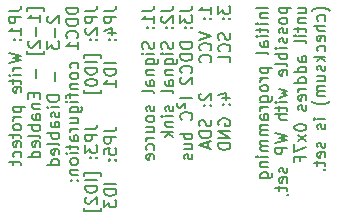
<source format=gbr>
%TF.GenerationSoftware,KiCad,Pcbnew,8.0.3+1*%
%TF.CreationDate,2024-06-22T01:26:53+02:00*%
%TF.ProjectId,EDID_spoofer,45444944-5f73-4706-9f6f-6665722e6b69,rev?*%
%TF.SameCoordinates,Original*%
%TF.FileFunction,Legend,Bot*%
%TF.FilePolarity,Positive*%
%FSLAX46Y46*%
G04 Gerber Fmt 4.6, Leading zero omitted, Abs format (unit mm)*
G04 Created by KiCad (PCBNEW 8.0.3+1) date 2024-06-22 01:26:53*
%MOMM*%
%LPD*%
G01*
G04 APERTURE LIST*
%ADD10C,0.200000*%
G04 APERTURE END LIST*
D10*
X18828115Y-36215387D02*
X19542400Y-36215387D01*
X19542400Y-36215387D02*
X19685257Y-36167768D01*
X19685257Y-36167768D02*
X19780496Y-36072530D01*
X19780496Y-36072530D02*
X19828115Y-35929673D01*
X19828115Y-35929673D02*
X19828115Y-35834435D01*
X19828115Y-36691578D02*
X18828115Y-36691578D01*
X18828115Y-36691578D02*
X18828115Y-37072530D01*
X18828115Y-37072530D02*
X18875734Y-37167768D01*
X18875734Y-37167768D02*
X18923353Y-37215387D01*
X18923353Y-37215387D02*
X19018591Y-37263006D01*
X19018591Y-37263006D02*
X19161448Y-37263006D01*
X19161448Y-37263006D02*
X19256686Y-37215387D01*
X19256686Y-37215387D02*
X19304305Y-37167768D01*
X19304305Y-37167768D02*
X19351924Y-37072530D01*
X19351924Y-37072530D02*
X19351924Y-36691578D01*
X19828115Y-38215387D02*
X19828115Y-37643959D01*
X19828115Y-37929673D02*
X18828115Y-37929673D01*
X18828115Y-37929673D02*
X18970972Y-37834435D01*
X18970972Y-37834435D02*
X19066210Y-37739197D01*
X19066210Y-37739197D02*
X19113829Y-37643959D01*
X19732876Y-38643959D02*
X19780496Y-38691578D01*
X19780496Y-38691578D02*
X19828115Y-38643959D01*
X19828115Y-38643959D02*
X19780496Y-38596340D01*
X19780496Y-38596340D02*
X19732876Y-38643959D01*
X19732876Y-38643959D02*
X19828115Y-38643959D01*
X19209067Y-38643959D02*
X19256686Y-38691578D01*
X19256686Y-38691578D02*
X19304305Y-38643959D01*
X19304305Y-38643959D02*
X19256686Y-38596340D01*
X19256686Y-38596340D02*
X19209067Y-38643959D01*
X19209067Y-38643959D02*
X19304305Y-38643959D01*
X18828115Y-39786816D02*
X19828115Y-40024911D01*
X19828115Y-40024911D02*
X19113829Y-40215387D01*
X19113829Y-40215387D02*
X19828115Y-40405863D01*
X19828115Y-40405863D02*
X18828115Y-40643959D01*
X19828115Y-41024911D02*
X19161448Y-41024911D01*
X19351924Y-41024911D02*
X19256686Y-41072530D01*
X19256686Y-41072530D02*
X19209067Y-41120149D01*
X19209067Y-41120149D02*
X19161448Y-41215387D01*
X19161448Y-41215387D02*
X19161448Y-41310625D01*
X19828115Y-41643959D02*
X19161448Y-41643959D01*
X18828115Y-41643959D02*
X18875734Y-41596340D01*
X18875734Y-41596340D02*
X18923353Y-41643959D01*
X18923353Y-41643959D02*
X18875734Y-41691578D01*
X18875734Y-41691578D02*
X18828115Y-41643959D01*
X18828115Y-41643959D02*
X18923353Y-41643959D01*
X19161448Y-41977292D02*
X19161448Y-42358244D01*
X18828115Y-42120149D02*
X19685257Y-42120149D01*
X19685257Y-42120149D02*
X19780496Y-42167768D01*
X19780496Y-42167768D02*
X19828115Y-42263006D01*
X19828115Y-42263006D02*
X19828115Y-42358244D01*
X19780496Y-43072530D02*
X19828115Y-42977292D01*
X19828115Y-42977292D02*
X19828115Y-42786816D01*
X19828115Y-42786816D02*
X19780496Y-42691578D01*
X19780496Y-42691578D02*
X19685257Y-42643959D01*
X19685257Y-42643959D02*
X19304305Y-42643959D01*
X19304305Y-42643959D02*
X19209067Y-42691578D01*
X19209067Y-42691578D02*
X19161448Y-42786816D01*
X19161448Y-42786816D02*
X19161448Y-42977292D01*
X19161448Y-42977292D02*
X19209067Y-43072530D01*
X19209067Y-43072530D02*
X19304305Y-43120149D01*
X19304305Y-43120149D02*
X19399543Y-43120149D01*
X19399543Y-43120149D02*
X19494781Y-42643959D01*
X19161448Y-44310626D02*
X20161448Y-44310626D01*
X19209067Y-44310626D02*
X19161448Y-44405864D01*
X19161448Y-44405864D02*
X19161448Y-44596340D01*
X19161448Y-44596340D02*
X19209067Y-44691578D01*
X19209067Y-44691578D02*
X19256686Y-44739197D01*
X19256686Y-44739197D02*
X19351924Y-44786816D01*
X19351924Y-44786816D02*
X19637638Y-44786816D01*
X19637638Y-44786816D02*
X19732876Y-44739197D01*
X19732876Y-44739197D02*
X19780496Y-44691578D01*
X19780496Y-44691578D02*
X19828115Y-44596340D01*
X19828115Y-44596340D02*
X19828115Y-44405864D01*
X19828115Y-44405864D02*
X19780496Y-44310626D01*
X19828115Y-45215388D02*
X19161448Y-45215388D01*
X19351924Y-45215388D02*
X19256686Y-45263007D01*
X19256686Y-45263007D02*
X19209067Y-45310626D01*
X19209067Y-45310626D02*
X19161448Y-45405864D01*
X19161448Y-45405864D02*
X19161448Y-45501102D01*
X19828115Y-45977293D02*
X19780496Y-45882055D01*
X19780496Y-45882055D02*
X19732876Y-45834436D01*
X19732876Y-45834436D02*
X19637638Y-45786817D01*
X19637638Y-45786817D02*
X19351924Y-45786817D01*
X19351924Y-45786817D02*
X19256686Y-45834436D01*
X19256686Y-45834436D02*
X19209067Y-45882055D01*
X19209067Y-45882055D02*
X19161448Y-45977293D01*
X19161448Y-45977293D02*
X19161448Y-46120150D01*
X19161448Y-46120150D02*
X19209067Y-46215388D01*
X19209067Y-46215388D02*
X19256686Y-46263007D01*
X19256686Y-46263007D02*
X19351924Y-46310626D01*
X19351924Y-46310626D02*
X19637638Y-46310626D01*
X19637638Y-46310626D02*
X19732876Y-46263007D01*
X19732876Y-46263007D02*
X19780496Y-46215388D01*
X19780496Y-46215388D02*
X19828115Y-46120150D01*
X19828115Y-46120150D02*
X19828115Y-45977293D01*
X19161448Y-46596341D02*
X19161448Y-46977293D01*
X18828115Y-46739198D02*
X19685257Y-46739198D01*
X19685257Y-46739198D02*
X19780496Y-46786817D01*
X19780496Y-46786817D02*
X19828115Y-46882055D01*
X19828115Y-46882055D02*
X19828115Y-46977293D01*
X19780496Y-47691579D02*
X19828115Y-47596341D01*
X19828115Y-47596341D02*
X19828115Y-47405865D01*
X19828115Y-47405865D02*
X19780496Y-47310627D01*
X19780496Y-47310627D02*
X19685257Y-47263008D01*
X19685257Y-47263008D02*
X19304305Y-47263008D01*
X19304305Y-47263008D02*
X19209067Y-47310627D01*
X19209067Y-47310627D02*
X19161448Y-47405865D01*
X19161448Y-47405865D02*
X19161448Y-47596341D01*
X19161448Y-47596341D02*
X19209067Y-47691579D01*
X19209067Y-47691579D02*
X19304305Y-47739198D01*
X19304305Y-47739198D02*
X19399543Y-47739198D01*
X19399543Y-47739198D02*
X19494781Y-47263008D01*
X19780496Y-48596341D02*
X19828115Y-48501103D01*
X19828115Y-48501103D02*
X19828115Y-48310627D01*
X19828115Y-48310627D02*
X19780496Y-48215389D01*
X19780496Y-48215389D02*
X19732876Y-48167770D01*
X19732876Y-48167770D02*
X19637638Y-48120151D01*
X19637638Y-48120151D02*
X19351924Y-48120151D01*
X19351924Y-48120151D02*
X19256686Y-48167770D01*
X19256686Y-48167770D02*
X19209067Y-48215389D01*
X19209067Y-48215389D02*
X19161448Y-48310627D01*
X19161448Y-48310627D02*
X19161448Y-48501103D01*
X19161448Y-48501103D02*
X19209067Y-48596341D01*
X19161448Y-48882056D02*
X19161448Y-49263008D01*
X18828115Y-49024913D02*
X19685257Y-49024913D01*
X19685257Y-49024913D02*
X19780496Y-49072532D01*
X19780496Y-49072532D02*
X19828115Y-49167770D01*
X19828115Y-49167770D02*
X19828115Y-49263008D01*
X21771392Y-36215387D02*
X21771392Y-35977292D01*
X21771392Y-35977292D02*
X20342820Y-35977292D01*
X20342820Y-35977292D02*
X20342820Y-36215387D01*
X21438059Y-37120149D02*
X21438059Y-36548721D01*
X21438059Y-36834435D02*
X20438059Y-36834435D01*
X20438059Y-36834435D02*
X20580916Y-36739197D01*
X20580916Y-36739197D02*
X20676154Y-36643959D01*
X20676154Y-36643959D02*
X20723773Y-36548721D01*
X21057106Y-37548721D02*
X21057106Y-38310626D01*
X20533297Y-38739197D02*
X20485678Y-38786816D01*
X20485678Y-38786816D02*
X20438059Y-38882054D01*
X20438059Y-38882054D02*
X20438059Y-39120149D01*
X20438059Y-39120149D02*
X20485678Y-39215387D01*
X20485678Y-39215387D02*
X20533297Y-39263006D01*
X20533297Y-39263006D02*
X20628535Y-39310625D01*
X20628535Y-39310625D02*
X20723773Y-39310625D01*
X20723773Y-39310625D02*
X20866630Y-39263006D01*
X20866630Y-39263006D02*
X21438059Y-38691578D01*
X21438059Y-38691578D02*
X21438059Y-39310625D01*
X21771392Y-39643959D02*
X21771392Y-39882054D01*
X21771392Y-39882054D02*
X20342820Y-39882054D01*
X20342820Y-39882054D02*
X20342820Y-39643959D01*
X21057106Y-41167769D02*
X21057106Y-41929674D01*
X20914249Y-43167769D02*
X20914249Y-43501102D01*
X21438059Y-43643959D02*
X21438059Y-43167769D01*
X21438059Y-43167769D02*
X20438059Y-43167769D01*
X20438059Y-43167769D02*
X20438059Y-43643959D01*
X20771392Y-44072531D02*
X21438059Y-44072531D01*
X20866630Y-44072531D02*
X20819011Y-44120150D01*
X20819011Y-44120150D02*
X20771392Y-44215388D01*
X20771392Y-44215388D02*
X20771392Y-44358245D01*
X20771392Y-44358245D02*
X20819011Y-44453483D01*
X20819011Y-44453483D02*
X20914249Y-44501102D01*
X20914249Y-44501102D02*
X21438059Y-44501102D01*
X21438059Y-45405864D02*
X20914249Y-45405864D01*
X20914249Y-45405864D02*
X20819011Y-45358245D01*
X20819011Y-45358245D02*
X20771392Y-45263007D01*
X20771392Y-45263007D02*
X20771392Y-45072531D01*
X20771392Y-45072531D02*
X20819011Y-44977293D01*
X21390440Y-45405864D02*
X21438059Y-45310626D01*
X21438059Y-45310626D02*
X21438059Y-45072531D01*
X21438059Y-45072531D02*
X21390440Y-44977293D01*
X21390440Y-44977293D02*
X21295201Y-44929674D01*
X21295201Y-44929674D02*
X21199963Y-44929674D01*
X21199963Y-44929674D02*
X21104725Y-44977293D01*
X21104725Y-44977293D02*
X21057106Y-45072531D01*
X21057106Y-45072531D02*
X21057106Y-45310626D01*
X21057106Y-45310626D02*
X21009487Y-45405864D01*
X21438059Y-45882055D02*
X20438059Y-45882055D01*
X20819011Y-45882055D02*
X20771392Y-45977293D01*
X20771392Y-45977293D02*
X20771392Y-46167769D01*
X20771392Y-46167769D02*
X20819011Y-46263007D01*
X20819011Y-46263007D02*
X20866630Y-46310626D01*
X20866630Y-46310626D02*
X20961868Y-46358245D01*
X20961868Y-46358245D02*
X21247582Y-46358245D01*
X21247582Y-46358245D02*
X21342820Y-46310626D01*
X21342820Y-46310626D02*
X21390440Y-46263007D01*
X21390440Y-46263007D02*
X21438059Y-46167769D01*
X21438059Y-46167769D02*
X21438059Y-45977293D01*
X21438059Y-45977293D02*
X21390440Y-45882055D01*
X21438059Y-46929674D02*
X21390440Y-46834436D01*
X21390440Y-46834436D02*
X21295201Y-46786817D01*
X21295201Y-46786817D02*
X20438059Y-46786817D01*
X21390440Y-47691579D02*
X21438059Y-47596341D01*
X21438059Y-47596341D02*
X21438059Y-47405865D01*
X21438059Y-47405865D02*
X21390440Y-47310627D01*
X21390440Y-47310627D02*
X21295201Y-47263008D01*
X21295201Y-47263008D02*
X20914249Y-47263008D01*
X20914249Y-47263008D02*
X20819011Y-47310627D01*
X20819011Y-47310627D02*
X20771392Y-47405865D01*
X20771392Y-47405865D02*
X20771392Y-47596341D01*
X20771392Y-47596341D02*
X20819011Y-47691579D01*
X20819011Y-47691579D02*
X20914249Y-47739198D01*
X20914249Y-47739198D02*
X21009487Y-47739198D01*
X21009487Y-47739198D02*
X21104725Y-47263008D01*
X21438059Y-48596341D02*
X20438059Y-48596341D01*
X21390440Y-48596341D02*
X21438059Y-48501103D01*
X21438059Y-48501103D02*
X21438059Y-48310627D01*
X21438059Y-48310627D02*
X21390440Y-48215389D01*
X21390440Y-48215389D02*
X21342820Y-48167770D01*
X21342820Y-48167770D02*
X21247582Y-48120151D01*
X21247582Y-48120151D02*
X20961868Y-48120151D01*
X20961868Y-48120151D02*
X20866630Y-48167770D01*
X20866630Y-48167770D02*
X20819011Y-48215389D01*
X20819011Y-48215389D02*
X20771392Y-48310627D01*
X20771392Y-48310627D02*
X20771392Y-48501103D01*
X20771392Y-48501103D02*
X20819011Y-48596341D01*
X22143241Y-36643959D02*
X22095622Y-36691578D01*
X22095622Y-36691578D02*
X22048003Y-36786816D01*
X22048003Y-36786816D02*
X22048003Y-37024911D01*
X22048003Y-37024911D02*
X22095622Y-37120149D01*
X22095622Y-37120149D02*
X22143241Y-37167768D01*
X22143241Y-37167768D02*
X22238479Y-37215387D01*
X22238479Y-37215387D02*
X22333717Y-37215387D01*
X22333717Y-37215387D02*
X22476574Y-37167768D01*
X22476574Y-37167768D02*
X23048003Y-36596340D01*
X23048003Y-36596340D02*
X23048003Y-37215387D01*
X22667050Y-37643959D02*
X22667050Y-38405864D01*
X22048003Y-38786816D02*
X22048003Y-39405863D01*
X22048003Y-39405863D02*
X22428955Y-39072530D01*
X22428955Y-39072530D02*
X22428955Y-39215387D01*
X22428955Y-39215387D02*
X22476574Y-39310625D01*
X22476574Y-39310625D02*
X22524193Y-39358244D01*
X22524193Y-39358244D02*
X22619431Y-39405863D01*
X22619431Y-39405863D02*
X22857526Y-39405863D01*
X22857526Y-39405863D02*
X22952764Y-39358244D01*
X22952764Y-39358244D02*
X23000384Y-39310625D01*
X23000384Y-39310625D02*
X23048003Y-39215387D01*
X23048003Y-39215387D02*
X23048003Y-38929673D01*
X23048003Y-38929673D02*
X23000384Y-38834435D01*
X23000384Y-38834435D02*
X22952764Y-38786816D01*
X22667050Y-41358245D02*
X22667050Y-42120150D01*
X23048003Y-43358245D02*
X22048003Y-43358245D01*
X22048003Y-43358245D02*
X22048003Y-43596340D01*
X22048003Y-43596340D02*
X22095622Y-43739197D01*
X22095622Y-43739197D02*
X22190860Y-43834435D01*
X22190860Y-43834435D02*
X22286098Y-43882054D01*
X22286098Y-43882054D02*
X22476574Y-43929673D01*
X22476574Y-43929673D02*
X22619431Y-43929673D01*
X22619431Y-43929673D02*
X22809907Y-43882054D01*
X22809907Y-43882054D02*
X22905145Y-43834435D01*
X22905145Y-43834435D02*
X23000384Y-43739197D01*
X23000384Y-43739197D02*
X23048003Y-43596340D01*
X23048003Y-43596340D02*
X23048003Y-43358245D01*
X23048003Y-44358245D02*
X22381336Y-44358245D01*
X22048003Y-44358245D02*
X22095622Y-44310626D01*
X22095622Y-44310626D02*
X22143241Y-44358245D01*
X22143241Y-44358245D02*
X22095622Y-44405864D01*
X22095622Y-44405864D02*
X22048003Y-44358245D01*
X22048003Y-44358245D02*
X22143241Y-44358245D01*
X23000384Y-44786816D02*
X23048003Y-44882054D01*
X23048003Y-44882054D02*
X23048003Y-45072530D01*
X23048003Y-45072530D02*
X23000384Y-45167768D01*
X23000384Y-45167768D02*
X22905145Y-45215387D01*
X22905145Y-45215387D02*
X22857526Y-45215387D01*
X22857526Y-45215387D02*
X22762288Y-45167768D01*
X22762288Y-45167768D02*
X22714669Y-45072530D01*
X22714669Y-45072530D02*
X22714669Y-44929673D01*
X22714669Y-44929673D02*
X22667050Y-44834435D01*
X22667050Y-44834435D02*
X22571812Y-44786816D01*
X22571812Y-44786816D02*
X22524193Y-44786816D01*
X22524193Y-44786816D02*
X22428955Y-44834435D01*
X22428955Y-44834435D02*
X22381336Y-44929673D01*
X22381336Y-44929673D02*
X22381336Y-45072530D01*
X22381336Y-45072530D02*
X22428955Y-45167768D01*
X23048003Y-46072530D02*
X22524193Y-46072530D01*
X22524193Y-46072530D02*
X22428955Y-46024911D01*
X22428955Y-46024911D02*
X22381336Y-45929673D01*
X22381336Y-45929673D02*
X22381336Y-45739197D01*
X22381336Y-45739197D02*
X22428955Y-45643959D01*
X23000384Y-46072530D02*
X23048003Y-45977292D01*
X23048003Y-45977292D02*
X23048003Y-45739197D01*
X23048003Y-45739197D02*
X23000384Y-45643959D01*
X23000384Y-45643959D02*
X22905145Y-45596340D01*
X22905145Y-45596340D02*
X22809907Y-45596340D01*
X22809907Y-45596340D02*
X22714669Y-45643959D01*
X22714669Y-45643959D02*
X22667050Y-45739197D01*
X22667050Y-45739197D02*
X22667050Y-45977292D01*
X22667050Y-45977292D02*
X22619431Y-46072530D01*
X23048003Y-46548721D02*
X22048003Y-46548721D01*
X22428955Y-46548721D02*
X22381336Y-46643959D01*
X22381336Y-46643959D02*
X22381336Y-46834435D01*
X22381336Y-46834435D02*
X22428955Y-46929673D01*
X22428955Y-46929673D02*
X22476574Y-46977292D01*
X22476574Y-46977292D02*
X22571812Y-47024911D01*
X22571812Y-47024911D02*
X22857526Y-47024911D01*
X22857526Y-47024911D02*
X22952764Y-46977292D01*
X22952764Y-46977292D02*
X23000384Y-46929673D01*
X23000384Y-46929673D02*
X23048003Y-46834435D01*
X23048003Y-46834435D02*
X23048003Y-46643959D01*
X23048003Y-46643959D02*
X23000384Y-46548721D01*
X23048003Y-47596340D02*
X23000384Y-47501102D01*
X23000384Y-47501102D02*
X22905145Y-47453483D01*
X22905145Y-47453483D02*
X22048003Y-47453483D01*
X23000384Y-48358245D02*
X23048003Y-48263007D01*
X23048003Y-48263007D02*
X23048003Y-48072531D01*
X23048003Y-48072531D02*
X23000384Y-47977293D01*
X23000384Y-47977293D02*
X22905145Y-47929674D01*
X22905145Y-47929674D02*
X22524193Y-47929674D01*
X22524193Y-47929674D02*
X22428955Y-47977293D01*
X22428955Y-47977293D02*
X22381336Y-48072531D01*
X22381336Y-48072531D02*
X22381336Y-48263007D01*
X22381336Y-48263007D02*
X22428955Y-48358245D01*
X22428955Y-48358245D02*
X22524193Y-48405864D01*
X22524193Y-48405864D02*
X22619431Y-48405864D01*
X22619431Y-48405864D02*
X22714669Y-47929674D01*
X23048003Y-49263007D02*
X22048003Y-49263007D01*
X23000384Y-49263007D02*
X23048003Y-49167769D01*
X23048003Y-49167769D02*
X23048003Y-48977293D01*
X23048003Y-48977293D02*
X23000384Y-48882055D01*
X23000384Y-48882055D02*
X22952764Y-48834436D01*
X22952764Y-48834436D02*
X22857526Y-48786817D01*
X22857526Y-48786817D02*
X22571812Y-48786817D01*
X22571812Y-48786817D02*
X22476574Y-48834436D01*
X22476574Y-48834436D02*
X22428955Y-48882055D01*
X22428955Y-48882055D02*
X22381336Y-48977293D01*
X22381336Y-48977293D02*
X22381336Y-49167769D01*
X22381336Y-49167769D02*
X22428955Y-49263007D01*
X24657947Y-35929673D02*
X23657947Y-35929673D01*
X23657947Y-35929673D02*
X23657947Y-36167768D01*
X23657947Y-36167768D02*
X23705566Y-36310625D01*
X23705566Y-36310625D02*
X23800804Y-36405863D01*
X23800804Y-36405863D02*
X23896042Y-36453482D01*
X23896042Y-36453482D02*
X24086518Y-36501101D01*
X24086518Y-36501101D02*
X24229375Y-36501101D01*
X24229375Y-36501101D02*
X24419851Y-36453482D01*
X24419851Y-36453482D02*
X24515089Y-36405863D01*
X24515089Y-36405863D02*
X24610328Y-36310625D01*
X24610328Y-36310625D02*
X24657947Y-36167768D01*
X24657947Y-36167768D02*
X24657947Y-35929673D01*
X24657947Y-36929673D02*
X23657947Y-36929673D01*
X23657947Y-36929673D02*
X23657947Y-37167768D01*
X23657947Y-37167768D02*
X23705566Y-37310625D01*
X23705566Y-37310625D02*
X23800804Y-37405863D01*
X23800804Y-37405863D02*
X23896042Y-37453482D01*
X23896042Y-37453482D02*
X24086518Y-37501101D01*
X24086518Y-37501101D02*
X24229375Y-37501101D01*
X24229375Y-37501101D02*
X24419851Y-37453482D01*
X24419851Y-37453482D02*
X24515089Y-37405863D01*
X24515089Y-37405863D02*
X24610328Y-37310625D01*
X24610328Y-37310625D02*
X24657947Y-37167768D01*
X24657947Y-37167768D02*
X24657947Y-36929673D01*
X24562708Y-38501101D02*
X24610328Y-38453482D01*
X24610328Y-38453482D02*
X24657947Y-38310625D01*
X24657947Y-38310625D02*
X24657947Y-38215387D01*
X24657947Y-38215387D02*
X24610328Y-38072530D01*
X24610328Y-38072530D02*
X24515089Y-37977292D01*
X24515089Y-37977292D02*
X24419851Y-37929673D01*
X24419851Y-37929673D02*
X24229375Y-37882054D01*
X24229375Y-37882054D02*
X24086518Y-37882054D01*
X24086518Y-37882054D02*
X23896042Y-37929673D01*
X23896042Y-37929673D02*
X23800804Y-37977292D01*
X23800804Y-37977292D02*
X23705566Y-38072530D01*
X23705566Y-38072530D02*
X23657947Y-38215387D01*
X23657947Y-38215387D02*
X23657947Y-38310625D01*
X23657947Y-38310625D02*
X23705566Y-38453482D01*
X23705566Y-38453482D02*
X23753185Y-38501101D01*
X24657947Y-39453482D02*
X24657947Y-38882054D01*
X24657947Y-39167768D02*
X23657947Y-39167768D01*
X23657947Y-39167768D02*
X23800804Y-39072530D01*
X23800804Y-39072530D02*
X23896042Y-38977292D01*
X23896042Y-38977292D02*
X23943661Y-38882054D01*
X24610328Y-41072530D02*
X24657947Y-40977292D01*
X24657947Y-40977292D02*
X24657947Y-40786816D01*
X24657947Y-40786816D02*
X24610328Y-40691578D01*
X24610328Y-40691578D02*
X24562708Y-40643959D01*
X24562708Y-40643959D02*
X24467470Y-40596340D01*
X24467470Y-40596340D02*
X24181756Y-40596340D01*
X24181756Y-40596340D02*
X24086518Y-40643959D01*
X24086518Y-40643959D02*
X24038899Y-40691578D01*
X24038899Y-40691578D02*
X23991280Y-40786816D01*
X23991280Y-40786816D02*
X23991280Y-40977292D01*
X23991280Y-40977292D02*
X24038899Y-41072530D01*
X24657947Y-41643959D02*
X24610328Y-41548721D01*
X24610328Y-41548721D02*
X24562708Y-41501102D01*
X24562708Y-41501102D02*
X24467470Y-41453483D01*
X24467470Y-41453483D02*
X24181756Y-41453483D01*
X24181756Y-41453483D02*
X24086518Y-41501102D01*
X24086518Y-41501102D02*
X24038899Y-41548721D01*
X24038899Y-41548721D02*
X23991280Y-41643959D01*
X23991280Y-41643959D02*
X23991280Y-41786816D01*
X23991280Y-41786816D02*
X24038899Y-41882054D01*
X24038899Y-41882054D02*
X24086518Y-41929673D01*
X24086518Y-41929673D02*
X24181756Y-41977292D01*
X24181756Y-41977292D02*
X24467470Y-41977292D01*
X24467470Y-41977292D02*
X24562708Y-41929673D01*
X24562708Y-41929673D02*
X24610328Y-41882054D01*
X24610328Y-41882054D02*
X24657947Y-41786816D01*
X24657947Y-41786816D02*
X24657947Y-41643959D01*
X23991280Y-42405864D02*
X24657947Y-42405864D01*
X24086518Y-42405864D02*
X24038899Y-42453483D01*
X24038899Y-42453483D02*
X23991280Y-42548721D01*
X23991280Y-42548721D02*
X23991280Y-42691578D01*
X23991280Y-42691578D02*
X24038899Y-42786816D01*
X24038899Y-42786816D02*
X24134137Y-42834435D01*
X24134137Y-42834435D02*
X24657947Y-42834435D01*
X23991280Y-43167769D02*
X23991280Y-43548721D01*
X24657947Y-43310626D02*
X23800804Y-43310626D01*
X23800804Y-43310626D02*
X23705566Y-43358245D01*
X23705566Y-43358245D02*
X23657947Y-43453483D01*
X23657947Y-43453483D02*
X23657947Y-43548721D01*
X24657947Y-43882055D02*
X23991280Y-43882055D01*
X23657947Y-43882055D02*
X23705566Y-43834436D01*
X23705566Y-43834436D02*
X23753185Y-43882055D01*
X23753185Y-43882055D02*
X23705566Y-43929674D01*
X23705566Y-43929674D02*
X23657947Y-43882055D01*
X23657947Y-43882055D02*
X23753185Y-43882055D01*
X23991280Y-44786816D02*
X24800804Y-44786816D01*
X24800804Y-44786816D02*
X24896042Y-44739197D01*
X24896042Y-44739197D02*
X24943661Y-44691578D01*
X24943661Y-44691578D02*
X24991280Y-44596340D01*
X24991280Y-44596340D02*
X24991280Y-44453483D01*
X24991280Y-44453483D02*
X24943661Y-44358245D01*
X24610328Y-44786816D02*
X24657947Y-44691578D01*
X24657947Y-44691578D02*
X24657947Y-44501102D01*
X24657947Y-44501102D02*
X24610328Y-44405864D01*
X24610328Y-44405864D02*
X24562708Y-44358245D01*
X24562708Y-44358245D02*
X24467470Y-44310626D01*
X24467470Y-44310626D02*
X24181756Y-44310626D01*
X24181756Y-44310626D02*
X24086518Y-44358245D01*
X24086518Y-44358245D02*
X24038899Y-44405864D01*
X24038899Y-44405864D02*
X23991280Y-44501102D01*
X23991280Y-44501102D02*
X23991280Y-44691578D01*
X23991280Y-44691578D02*
X24038899Y-44786816D01*
X23991280Y-45691578D02*
X24657947Y-45691578D01*
X23991280Y-45263007D02*
X24515089Y-45263007D01*
X24515089Y-45263007D02*
X24610328Y-45310626D01*
X24610328Y-45310626D02*
X24657947Y-45405864D01*
X24657947Y-45405864D02*
X24657947Y-45548721D01*
X24657947Y-45548721D02*
X24610328Y-45643959D01*
X24610328Y-45643959D02*
X24562708Y-45691578D01*
X24657947Y-46167769D02*
X23991280Y-46167769D01*
X24181756Y-46167769D02*
X24086518Y-46215388D01*
X24086518Y-46215388D02*
X24038899Y-46263007D01*
X24038899Y-46263007D02*
X23991280Y-46358245D01*
X23991280Y-46358245D02*
X23991280Y-46453483D01*
X24657947Y-47215388D02*
X24134137Y-47215388D01*
X24134137Y-47215388D02*
X24038899Y-47167769D01*
X24038899Y-47167769D02*
X23991280Y-47072531D01*
X23991280Y-47072531D02*
X23991280Y-46882055D01*
X23991280Y-46882055D02*
X24038899Y-46786817D01*
X24610328Y-47215388D02*
X24657947Y-47120150D01*
X24657947Y-47120150D02*
X24657947Y-46882055D01*
X24657947Y-46882055D02*
X24610328Y-46786817D01*
X24610328Y-46786817D02*
X24515089Y-46739198D01*
X24515089Y-46739198D02*
X24419851Y-46739198D01*
X24419851Y-46739198D02*
X24324613Y-46786817D01*
X24324613Y-46786817D02*
X24276994Y-46882055D01*
X24276994Y-46882055D02*
X24276994Y-47120150D01*
X24276994Y-47120150D02*
X24229375Y-47215388D01*
X23991280Y-47548722D02*
X23991280Y-47929674D01*
X23657947Y-47691579D02*
X24515089Y-47691579D01*
X24515089Y-47691579D02*
X24610328Y-47739198D01*
X24610328Y-47739198D02*
X24657947Y-47834436D01*
X24657947Y-47834436D02*
X24657947Y-47929674D01*
X24657947Y-48263008D02*
X23991280Y-48263008D01*
X23657947Y-48263008D02*
X23705566Y-48215389D01*
X23705566Y-48215389D02*
X23753185Y-48263008D01*
X23753185Y-48263008D02*
X23705566Y-48310627D01*
X23705566Y-48310627D02*
X23657947Y-48263008D01*
X23657947Y-48263008D02*
X23753185Y-48263008D01*
X24657947Y-48882055D02*
X24610328Y-48786817D01*
X24610328Y-48786817D02*
X24562708Y-48739198D01*
X24562708Y-48739198D02*
X24467470Y-48691579D01*
X24467470Y-48691579D02*
X24181756Y-48691579D01*
X24181756Y-48691579D02*
X24086518Y-48739198D01*
X24086518Y-48739198D02*
X24038899Y-48786817D01*
X24038899Y-48786817D02*
X23991280Y-48882055D01*
X23991280Y-48882055D02*
X23991280Y-49024912D01*
X23991280Y-49024912D02*
X24038899Y-49120150D01*
X24038899Y-49120150D02*
X24086518Y-49167769D01*
X24086518Y-49167769D02*
X24181756Y-49215388D01*
X24181756Y-49215388D02*
X24467470Y-49215388D01*
X24467470Y-49215388D02*
X24562708Y-49167769D01*
X24562708Y-49167769D02*
X24610328Y-49120150D01*
X24610328Y-49120150D02*
X24657947Y-49024912D01*
X24657947Y-49024912D02*
X24657947Y-48882055D01*
X23991280Y-49643960D02*
X24657947Y-49643960D01*
X24086518Y-49643960D02*
X24038899Y-49691579D01*
X24038899Y-49691579D02*
X23991280Y-49786817D01*
X23991280Y-49786817D02*
X23991280Y-49929674D01*
X23991280Y-49929674D02*
X24038899Y-50024912D01*
X24038899Y-50024912D02*
X24134137Y-50072531D01*
X24134137Y-50072531D02*
X24657947Y-50072531D01*
X24562708Y-50548722D02*
X24610328Y-50596341D01*
X24610328Y-50596341D02*
X24657947Y-50548722D01*
X24657947Y-50548722D02*
X24610328Y-50501103D01*
X24610328Y-50501103D02*
X24562708Y-50548722D01*
X24562708Y-50548722D02*
X24657947Y-50548722D01*
X24038899Y-50548722D02*
X24086518Y-50596341D01*
X24086518Y-50596341D02*
X24134137Y-50548722D01*
X24134137Y-50548722D02*
X24086518Y-50501103D01*
X24086518Y-50501103D02*
X24038899Y-50548722D01*
X24038899Y-50548722D02*
X24134137Y-50548722D01*
X25267891Y-36215387D02*
X25982176Y-36215387D01*
X25982176Y-36215387D02*
X26125033Y-36167768D01*
X26125033Y-36167768D02*
X26220272Y-36072530D01*
X26220272Y-36072530D02*
X26267891Y-35929673D01*
X26267891Y-35929673D02*
X26267891Y-35834435D01*
X26267891Y-36691578D02*
X25267891Y-36691578D01*
X25267891Y-36691578D02*
X25267891Y-37072530D01*
X25267891Y-37072530D02*
X25315510Y-37167768D01*
X25315510Y-37167768D02*
X25363129Y-37215387D01*
X25363129Y-37215387D02*
X25458367Y-37263006D01*
X25458367Y-37263006D02*
X25601224Y-37263006D01*
X25601224Y-37263006D02*
X25696462Y-37215387D01*
X25696462Y-37215387D02*
X25744081Y-37167768D01*
X25744081Y-37167768D02*
X25791700Y-37072530D01*
X25791700Y-37072530D02*
X25791700Y-36691578D01*
X25363129Y-37643959D02*
X25315510Y-37691578D01*
X25315510Y-37691578D02*
X25267891Y-37786816D01*
X25267891Y-37786816D02*
X25267891Y-38024911D01*
X25267891Y-38024911D02*
X25315510Y-38120149D01*
X25315510Y-38120149D02*
X25363129Y-38167768D01*
X25363129Y-38167768D02*
X25458367Y-38215387D01*
X25458367Y-38215387D02*
X25553605Y-38215387D01*
X25553605Y-38215387D02*
X25696462Y-38167768D01*
X25696462Y-38167768D02*
X26267891Y-37596340D01*
X26267891Y-37596340D02*
X26267891Y-38215387D01*
X26172652Y-38643959D02*
X26220272Y-38691578D01*
X26220272Y-38691578D02*
X26267891Y-38643959D01*
X26267891Y-38643959D02*
X26220272Y-38596340D01*
X26220272Y-38596340D02*
X26172652Y-38643959D01*
X26172652Y-38643959D02*
X26267891Y-38643959D01*
X25648843Y-38643959D02*
X25696462Y-38691578D01*
X25696462Y-38691578D02*
X25744081Y-38643959D01*
X25744081Y-38643959D02*
X25696462Y-38596340D01*
X25696462Y-38596340D02*
X25648843Y-38643959D01*
X25648843Y-38643959D02*
X25744081Y-38643959D01*
X26601224Y-40167768D02*
X26601224Y-39929673D01*
X26601224Y-39929673D02*
X25172652Y-39929673D01*
X25172652Y-39929673D02*
X25172652Y-40167768D01*
X26267891Y-40548721D02*
X25267891Y-40548721D01*
X26267891Y-41024911D02*
X25267891Y-41024911D01*
X25267891Y-41024911D02*
X25267891Y-41263006D01*
X25267891Y-41263006D02*
X25315510Y-41405863D01*
X25315510Y-41405863D02*
X25410748Y-41501101D01*
X25410748Y-41501101D02*
X25505986Y-41548720D01*
X25505986Y-41548720D02*
X25696462Y-41596339D01*
X25696462Y-41596339D02*
X25839319Y-41596339D01*
X25839319Y-41596339D02*
X26029795Y-41548720D01*
X26029795Y-41548720D02*
X26125033Y-41501101D01*
X26125033Y-41501101D02*
X26220272Y-41405863D01*
X26220272Y-41405863D02*
X26267891Y-41263006D01*
X26267891Y-41263006D02*
X26267891Y-41024911D01*
X25267891Y-42215387D02*
X25267891Y-42310625D01*
X25267891Y-42310625D02*
X25315510Y-42405863D01*
X25315510Y-42405863D02*
X25363129Y-42453482D01*
X25363129Y-42453482D02*
X25458367Y-42501101D01*
X25458367Y-42501101D02*
X25648843Y-42548720D01*
X25648843Y-42548720D02*
X25886938Y-42548720D01*
X25886938Y-42548720D02*
X26077414Y-42501101D01*
X26077414Y-42501101D02*
X26172652Y-42453482D01*
X26172652Y-42453482D02*
X26220272Y-42405863D01*
X26220272Y-42405863D02*
X26267891Y-42310625D01*
X26267891Y-42310625D02*
X26267891Y-42215387D01*
X26267891Y-42215387D02*
X26220272Y-42120149D01*
X26220272Y-42120149D02*
X26172652Y-42072530D01*
X26172652Y-42072530D02*
X26077414Y-42024911D01*
X26077414Y-42024911D02*
X25886938Y-41977292D01*
X25886938Y-41977292D02*
X25648843Y-41977292D01*
X25648843Y-41977292D02*
X25458367Y-42024911D01*
X25458367Y-42024911D02*
X25363129Y-42072530D01*
X25363129Y-42072530D02*
X25315510Y-42120149D01*
X25315510Y-42120149D02*
X25267891Y-42215387D01*
X26601224Y-42882054D02*
X26601224Y-43120149D01*
X26601224Y-43120149D02*
X25172652Y-43120149D01*
X25172652Y-43120149D02*
X25172652Y-42882054D01*
X25267891Y-46215388D02*
X25982176Y-46215388D01*
X25982176Y-46215388D02*
X26125033Y-46167769D01*
X26125033Y-46167769D02*
X26220272Y-46072531D01*
X26220272Y-46072531D02*
X26267891Y-45929674D01*
X26267891Y-45929674D02*
X26267891Y-45834436D01*
X26267891Y-46691579D02*
X25267891Y-46691579D01*
X25267891Y-46691579D02*
X25267891Y-47072531D01*
X25267891Y-47072531D02*
X25315510Y-47167769D01*
X25315510Y-47167769D02*
X25363129Y-47215388D01*
X25363129Y-47215388D02*
X25458367Y-47263007D01*
X25458367Y-47263007D02*
X25601224Y-47263007D01*
X25601224Y-47263007D02*
X25696462Y-47215388D01*
X25696462Y-47215388D02*
X25744081Y-47167769D01*
X25744081Y-47167769D02*
X25791700Y-47072531D01*
X25791700Y-47072531D02*
X25791700Y-46691579D01*
X25267891Y-47596341D02*
X25267891Y-48215388D01*
X25267891Y-48215388D02*
X25648843Y-47882055D01*
X25648843Y-47882055D02*
X25648843Y-48024912D01*
X25648843Y-48024912D02*
X25696462Y-48120150D01*
X25696462Y-48120150D02*
X25744081Y-48167769D01*
X25744081Y-48167769D02*
X25839319Y-48215388D01*
X25839319Y-48215388D02*
X26077414Y-48215388D01*
X26077414Y-48215388D02*
X26172652Y-48167769D01*
X26172652Y-48167769D02*
X26220272Y-48120150D01*
X26220272Y-48120150D02*
X26267891Y-48024912D01*
X26267891Y-48024912D02*
X26267891Y-47739198D01*
X26267891Y-47739198D02*
X26220272Y-47643960D01*
X26220272Y-47643960D02*
X26172652Y-47596341D01*
X26172652Y-48643960D02*
X26220272Y-48691579D01*
X26220272Y-48691579D02*
X26267891Y-48643960D01*
X26267891Y-48643960D02*
X26220272Y-48596341D01*
X26220272Y-48596341D02*
X26172652Y-48643960D01*
X26172652Y-48643960D02*
X26267891Y-48643960D01*
X25648843Y-48643960D02*
X25696462Y-48691579D01*
X25696462Y-48691579D02*
X25744081Y-48643960D01*
X25744081Y-48643960D02*
X25696462Y-48596341D01*
X25696462Y-48596341D02*
X25648843Y-48643960D01*
X25648843Y-48643960D02*
X25744081Y-48643960D01*
X26601224Y-50167769D02*
X26601224Y-49929674D01*
X26601224Y-49929674D02*
X25172652Y-49929674D01*
X25172652Y-49929674D02*
X25172652Y-50167769D01*
X26267891Y-50548722D02*
X25267891Y-50548722D01*
X26267891Y-51024912D02*
X25267891Y-51024912D01*
X25267891Y-51024912D02*
X25267891Y-51263007D01*
X25267891Y-51263007D02*
X25315510Y-51405864D01*
X25315510Y-51405864D02*
X25410748Y-51501102D01*
X25410748Y-51501102D02*
X25505986Y-51548721D01*
X25505986Y-51548721D02*
X25696462Y-51596340D01*
X25696462Y-51596340D02*
X25839319Y-51596340D01*
X25839319Y-51596340D02*
X26029795Y-51548721D01*
X26029795Y-51548721D02*
X26125033Y-51501102D01*
X26125033Y-51501102D02*
X26220272Y-51405864D01*
X26220272Y-51405864D02*
X26267891Y-51263007D01*
X26267891Y-51263007D02*
X26267891Y-51024912D01*
X25363129Y-51977293D02*
X25315510Y-52024912D01*
X25315510Y-52024912D02*
X25267891Y-52120150D01*
X25267891Y-52120150D02*
X25267891Y-52358245D01*
X25267891Y-52358245D02*
X25315510Y-52453483D01*
X25315510Y-52453483D02*
X25363129Y-52501102D01*
X25363129Y-52501102D02*
X25458367Y-52548721D01*
X25458367Y-52548721D02*
X25553605Y-52548721D01*
X25553605Y-52548721D02*
X25696462Y-52501102D01*
X25696462Y-52501102D02*
X26267891Y-51929674D01*
X26267891Y-51929674D02*
X26267891Y-52548721D01*
X26601224Y-52882055D02*
X26601224Y-53120150D01*
X26601224Y-53120150D02*
X25172652Y-53120150D01*
X25172652Y-53120150D02*
X25172652Y-52882055D01*
X26877835Y-36215387D02*
X27592120Y-36215387D01*
X27592120Y-36215387D02*
X27734977Y-36167768D01*
X27734977Y-36167768D02*
X27830216Y-36072530D01*
X27830216Y-36072530D02*
X27877835Y-35929673D01*
X27877835Y-35929673D02*
X27877835Y-35834435D01*
X27877835Y-36691578D02*
X26877835Y-36691578D01*
X26877835Y-36691578D02*
X26877835Y-37072530D01*
X26877835Y-37072530D02*
X26925454Y-37167768D01*
X26925454Y-37167768D02*
X26973073Y-37215387D01*
X26973073Y-37215387D02*
X27068311Y-37263006D01*
X27068311Y-37263006D02*
X27211168Y-37263006D01*
X27211168Y-37263006D02*
X27306406Y-37215387D01*
X27306406Y-37215387D02*
X27354025Y-37167768D01*
X27354025Y-37167768D02*
X27401644Y-37072530D01*
X27401644Y-37072530D02*
X27401644Y-36691578D01*
X27211168Y-38120149D02*
X27877835Y-38120149D01*
X26830216Y-37882054D02*
X27544501Y-37643959D01*
X27544501Y-37643959D02*
X27544501Y-38263006D01*
X27782596Y-38643959D02*
X27830216Y-38691578D01*
X27830216Y-38691578D02*
X27877835Y-38643959D01*
X27877835Y-38643959D02*
X27830216Y-38596340D01*
X27830216Y-38596340D02*
X27782596Y-38643959D01*
X27782596Y-38643959D02*
X27877835Y-38643959D01*
X27258787Y-38643959D02*
X27306406Y-38691578D01*
X27306406Y-38691578D02*
X27354025Y-38643959D01*
X27354025Y-38643959D02*
X27306406Y-38596340D01*
X27306406Y-38596340D02*
X27258787Y-38643959D01*
X27258787Y-38643959D02*
X27354025Y-38643959D01*
X27877835Y-40643959D02*
X26877835Y-40643959D01*
X27877835Y-41120149D02*
X26877835Y-41120149D01*
X26877835Y-41120149D02*
X26877835Y-41358244D01*
X26877835Y-41358244D02*
X26925454Y-41501101D01*
X26925454Y-41501101D02*
X27020692Y-41596339D01*
X27020692Y-41596339D02*
X27115930Y-41643958D01*
X27115930Y-41643958D02*
X27306406Y-41691577D01*
X27306406Y-41691577D02*
X27449263Y-41691577D01*
X27449263Y-41691577D02*
X27639739Y-41643958D01*
X27639739Y-41643958D02*
X27734977Y-41596339D01*
X27734977Y-41596339D02*
X27830216Y-41501101D01*
X27830216Y-41501101D02*
X27877835Y-41358244D01*
X27877835Y-41358244D02*
X27877835Y-41120149D01*
X27877835Y-42643958D02*
X27877835Y-42072530D01*
X27877835Y-42358244D02*
X26877835Y-42358244D01*
X26877835Y-42358244D02*
X27020692Y-42263006D01*
X27020692Y-42263006D02*
X27115930Y-42167768D01*
X27115930Y-42167768D02*
X27163549Y-42072530D01*
X26877835Y-46405864D02*
X27592120Y-46405864D01*
X27592120Y-46405864D02*
X27734977Y-46358245D01*
X27734977Y-46358245D02*
X27830216Y-46263007D01*
X27830216Y-46263007D02*
X27877835Y-46120150D01*
X27877835Y-46120150D02*
X27877835Y-46024912D01*
X27877835Y-46882055D02*
X26877835Y-46882055D01*
X26877835Y-46882055D02*
X26877835Y-47263007D01*
X26877835Y-47263007D02*
X26925454Y-47358245D01*
X26925454Y-47358245D02*
X26973073Y-47405864D01*
X26973073Y-47405864D02*
X27068311Y-47453483D01*
X27068311Y-47453483D02*
X27211168Y-47453483D01*
X27211168Y-47453483D02*
X27306406Y-47405864D01*
X27306406Y-47405864D02*
X27354025Y-47358245D01*
X27354025Y-47358245D02*
X27401644Y-47263007D01*
X27401644Y-47263007D02*
X27401644Y-46882055D01*
X26877835Y-48358245D02*
X26877835Y-47882055D01*
X26877835Y-47882055D02*
X27354025Y-47834436D01*
X27354025Y-47834436D02*
X27306406Y-47882055D01*
X27306406Y-47882055D02*
X27258787Y-47977293D01*
X27258787Y-47977293D02*
X27258787Y-48215388D01*
X27258787Y-48215388D02*
X27306406Y-48310626D01*
X27306406Y-48310626D02*
X27354025Y-48358245D01*
X27354025Y-48358245D02*
X27449263Y-48405864D01*
X27449263Y-48405864D02*
X27687358Y-48405864D01*
X27687358Y-48405864D02*
X27782596Y-48358245D01*
X27782596Y-48358245D02*
X27830216Y-48310626D01*
X27830216Y-48310626D02*
X27877835Y-48215388D01*
X27877835Y-48215388D02*
X27877835Y-47977293D01*
X27877835Y-47977293D02*
X27830216Y-47882055D01*
X27830216Y-47882055D02*
X27782596Y-47834436D01*
X27782596Y-48834436D02*
X27830216Y-48882055D01*
X27830216Y-48882055D02*
X27877835Y-48834436D01*
X27877835Y-48834436D02*
X27830216Y-48786817D01*
X27830216Y-48786817D02*
X27782596Y-48834436D01*
X27782596Y-48834436D02*
X27877835Y-48834436D01*
X27258787Y-48834436D02*
X27306406Y-48882055D01*
X27306406Y-48882055D02*
X27354025Y-48834436D01*
X27354025Y-48834436D02*
X27306406Y-48786817D01*
X27306406Y-48786817D02*
X27258787Y-48834436D01*
X27258787Y-48834436D02*
X27354025Y-48834436D01*
X27877835Y-50834436D02*
X26877835Y-50834436D01*
X27877835Y-51310626D02*
X26877835Y-51310626D01*
X26877835Y-51310626D02*
X26877835Y-51548721D01*
X26877835Y-51548721D02*
X26925454Y-51691578D01*
X26925454Y-51691578D02*
X27020692Y-51786816D01*
X27020692Y-51786816D02*
X27115930Y-51834435D01*
X27115930Y-51834435D02*
X27306406Y-51882054D01*
X27306406Y-51882054D02*
X27449263Y-51882054D01*
X27449263Y-51882054D02*
X27639739Y-51834435D01*
X27639739Y-51834435D02*
X27734977Y-51786816D01*
X27734977Y-51786816D02*
X27830216Y-51691578D01*
X27830216Y-51691578D02*
X27877835Y-51548721D01*
X27877835Y-51548721D02*
X27877835Y-51310626D01*
X26877835Y-52215388D02*
X26877835Y-52834435D01*
X26877835Y-52834435D02*
X27258787Y-52501102D01*
X27258787Y-52501102D02*
X27258787Y-52643959D01*
X27258787Y-52643959D02*
X27306406Y-52739197D01*
X27306406Y-52739197D02*
X27354025Y-52786816D01*
X27354025Y-52786816D02*
X27449263Y-52834435D01*
X27449263Y-52834435D02*
X27687358Y-52834435D01*
X27687358Y-52834435D02*
X27782596Y-52786816D01*
X27782596Y-52786816D02*
X27830216Y-52739197D01*
X27830216Y-52739197D02*
X27877835Y-52643959D01*
X27877835Y-52643959D02*
X27877835Y-52358245D01*
X27877835Y-52358245D02*
X27830216Y-52263007D01*
X27830216Y-52263007D02*
X27782596Y-52215388D01*
X30097723Y-36215387D02*
X30812008Y-36215387D01*
X30812008Y-36215387D02*
X30954865Y-36167768D01*
X30954865Y-36167768D02*
X31050104Y-36072530D01*
X31050104Y-36072530D02*
X31097723Y-35929673D01*
X31097723Y-35929673D02*
X31097723Y-35834435D01*
X31097723Y-37215387D02*
X31097723Y-36643959D01*
X31097723Y-36929673D02*
X30097723Y-36929673D01*
X30097723Y-36929673D02*
X30240580Y-36834435D01*
X30240580Y-36834435D02*
X30335818Y-36739197D01*
X30335818Y-36739197D02*
X30383437Y-36643959D01*
X31002484Y-37643959D02*
X31050104Y-37691578D01*
X31050104Y-37691578D02*
X31097723Y-37643959D01*
X31097723Y-37643959D02*
X31050104Y-37596340D01*
X31050104Y-37596340D02*
X31002484Y-37643959D01*
X31002484Y-37643959D02*
X31097723Y-37643959D01*
X30478675Y-37643959D02*
X30526294Y-37691578D01*
X30526294Y-37691578D02*
X30573913Y-37643959D01*
X30573913Y-37643959D02*
X30526294Y-37596340D01*
X30526294Y-37596340D02*
X30478675Y-37643959D01*
X30478675Y-37643959D02*
X30573913Y-37643959D01*
X31050104Y-38834435D02*
X31097723Y-38977292D01*
X31097723Y-38977292D02*
X31097723Y-39215387D01*
X31097723Y-39215387D02*
X31050104Y-39310625D01*
X31050104Y-39310625D02*
X31002484Y-39358244D01*
X31002484Y-39358244D02*
X30907246Y-39405863D01*
X30907246Y-39405863D02*
X30812008Y-39405863D01*
X30812008Y-39405863D02*
X30716770Y-39358244D01*
X30716770Y-39358244D02*
X30669151Y-39310625D01*
X30669151Y-39310625D02*
X30621532Y-39215387D01*
X30621532Y-39215387D02*
X30573913Y-39024911D01*
X30573913Y-39024911D02*
X30526294Y-38929673D01*
X30526294Y-38929673D02*
X30478675Y-38882054D01*
X30478675Y-38882054D02*
X30383437Y-38834435D01*
X30383437Y-38834435D02*
X30288199Y-38834435D01*
X30288199Y-38834435D02*
X30192961Y-38882054D01*
X30192961Y-38882054D02*
X30145342Y-38929673D01*
X30145342Y-38929673D02*
X30097723Y-39024911D01*
X30097723Y-39024911D02*
X30097723Y-39263006D01*
X30097723Y-39263006D02*
X30145342Y-39405863D01*
X31097723Y-39834435D02*
X30431056Y-39834435D01*
X30097723Y-39834435D02*
X30145342Y-39786816D01*
X30145342Y-39786816D02*
X30192961Y-39834435D01*
X30192961Y-39834435D02*
X30145342Y-39882054D01*
X30145342Y-39882054D02*
X30097723Y-39834435D01*
X30097723Y-39834435D02*
X30192961Y-39834435D01*
X30431056Y-40739196D02*
X31240580Y-40739196D01*
X31240580Y-40739196D02*
X31335818Y-40691577D01*
X31335818Y-40691577D02*
X31383437Y-40643958D01*
X31383437Y-40643958D02*
X31431056Y-40548720D01*
X31431056Y-40548720D02*
X31431056Y-40405863D01*
X31431056Y-40405863D02*
X31383437Y-40310625D01*
X31050104Y-40739196D02*
X31097723Y-40643958D01*
X31097723Y-40643958D02*
X31097723Y-40453482D01*
X31097723Y-40453482D02*
X31050104Y-40358244D01*
X31050104Y-40358244D02*
X31002484Y-40310625D01*
X31002484Y-40310625D02*
X30907246Y-40263006D01*
X30907246Y-40263006D02*
X30621532Y-40263006D01*
X30621532Y-40263006D02*
X30526294Y-40310625D01*
X30526294Y-40310625D02*
X30478675Y-40358244D01*
X30478675Y-40358244D02*
X30431056Y-40453482D01*
X30431056Y-40453482D02*
X30431056Y-40643958D01*
X30431056Y-40643958D02*
X30478675Y-40739196D01*
X30431056Y-41215387D02*
X31097723Y-41215387D01*
X30526294Y-41215387D02*
X30478675Y-41263006D01*
X30478675Y-41263006D02*
X30431056Y-41358244D01*
X30431056Y-41358244D02*
X30431056Y-41501101D01*
X30431056Y-41501101D02*
X30478675Y-41596339D01*
X30478675Y-41596339D02*
X30573913Y-41643958D01*
X30573913Y-41643958D02*
X31097723Y-41643958D01*
X31097723Y-42548720D02*
X30573913Y-42548720D01*
X30573913Y-42548720D02*
X30478675Y-42501101D01*
X30478675Y-42501101D02*
X30431056Y-42405863D01*
X30431056Y-42405863D02*
X30431056Y-42215387D01*
X30431056Y-42215387D02*
X30478675Y-42120149D01*
X31050104Y-42548720D02*
X31097723Y-42453482D01*
X31097723Y-42453482D02*
X31097723Y-42215387D01*
X31097723Y-42215387D02*
X31050104Y-42120149D01*
X31050104Y-42120149D02*
X30954865Y-42072530D01*
X30954865Y-42072530D02*
X30859627Y-42072530D01*
X30859627Y-42072530D02*
X30764389Y-42120149D01*
X30764389Y-42120149D02*
X30716770Y-42215387D01*
X30716770Y-42215387D02*
X30716770Y-42453482D01*
X30716770Y-42453482D02*
X30669151Y-42548720D01*
X31097723Y-43167768D02*
X31050104Y-43072530D01*
X31050104Y-43072530D02*
X30954865Y-43024911D01*
X30954865Y-43024911D02*
X30097723Y-43024911D01*
X31050104Y-44263007D02*
X31097723Y-44358245D01*
X31097723Y-44358245D02*
X31097723Y-44548721D01*
X31097723Y-44548721D02*
X31050104Y-44643959D01*
X31050104Y-44643959D02*
X30954865Y-44691578D01*
X30954865Y-44691578D02*
X30907246Y-44691578D01*
X30907246Y-44691578D02*
X30812008Y-44643959D01*
X30812008Y-44643959D02*
X30764389Y-44548721D01*
X30764389Y-44548721D02*
X30764389Y-44405864D01*
X30764389Y-44405864D02*
X30716770Y-44310626D01*
X30716770Y-44310626D02*
X30621532Y-44263007D01*
X30621532Y-44263007D02*
X30573913Y-44263007D01*
X30573913Y-44263007D02*
X30478675Y-44310626D01*
X30478675Y-44310626D02*
X30431056Y-44405864D01*
X30431056Y-44405864D02*
X30431056Y-44548721D01*
X30431056Y-44548721D02*
X30478675Y-44643959D01*
X31097723Y-45263007D02*
X31050104Y-45167769D01*
X31050104Y-45167769D02*
X31002484Y-45120150D01*
X31002484Y-45120150D02*
X30907246Y-45072531D01*
X30907246Y-45072531D02*
X30621532Y-45072531D01*
X30621532Y-45072531D02*
X30526294Y-45120150D01*
X30526294Y-45120150D02*
X30478675Y-45167769D01*
X30478675Y-45167769D02*
X30431056Y-45263007D01*
X30431056Y-45263007D02*
X30431056Y-45405864D01*
X30431056Y-45405864D02*
X30478675Y-45501102D01*
X30478675Y-45501102D02*
X30526294Y-45548721D01*
X30526294Y-45548721D02*
X30621532Y-45596340D01*
X30621532Y-45596340D02*
X30907246Y-45596340D01*
X30907246Y-45596340D02*
X31002484Y-45548721D01*
X31002484Y-45548721D02*
X31050104Y-45501102D01*
X31050104Y-45501102D02*
X31097723Y-45405864D01*
X31097723Y-45405864D02*
X31097723Y-45263007D01*
X30431056Y-46453483D02*
X31097723Y-46453483D01*
X30431056Y-46024912D02*
X30954865Y-46024912D01*
X30954865Y-46024912D02*
X31050104Y-46072531D01*
X31050104Y-46072531D02*
X31097723Y-46167769D01*
X31097723Y-46167769D02*
X31097723Y-46310626D01*
X31097723Y-46310626D02*
X31050104Y-46405864D01*
X31050104Y-46405864D02*
X31002484Y-46453483D01*
X31097723Y-46929674D02*
X30431056Y-46929674D01*
X30621532Y-46929674D02*
X30526294Y-46977293D01*
X30526294Y-46977293D02*
X30478675Y-47024912D01*
X30478675Y-47024912D02*
X30431056Y-47120150D01*
X30431056Y-47120150D02*
X30431056Y-47215388D01*
X31050104Y-47977293D02*
X31097723Y-47882055D01*
X31097723Y-47882055D02*
X31097723Y-47691579D01*
X31097723Y-47691579D02*
X31050104Y-47596341D01*
X31050104Y-47596341D02*
X31002484Y-47548722D01*
X31002484Y-47548722D02*
X30907246Y-47501103D01*
X30907246Y-47501103D02*
X30621532Y-47501103D01*
X30621532Y-47501103D02*
X30526294Y-47548722D01*
X30526294Y-47548722D02*
X30478675Y-47596341D01*
X30478675Y-47596341D02*
X30431056Y-47691579D01*
X30431056Y-47691579D02*
X30431056Y-47882055D01*
X30431056Y-47882055D02*
X30478675Y-47977293D01*
X31050104Y-48786817D02*
X31097723Y-48691579D01*
X31097723Y-48691579D02*
X31097723Y-48501103D01*
X31097723Y-48501103D02*
X31050104Y-48405865D01*
X31050104Y-48405865D02*
X30954865Y-48358246D01*
X30954865Y-48358246D02*
X30573913Y-48358246D01*
X30573913Y-48358246D02*
X30478675Y-48405865D01*
X30478675Y-48405865D02*
X30431056Y-48501103D01*
X30431056Y-48501103D02*
X30431056Y-48691579D01*
X30431056Y-48691579D02*
X30478675Y-48786817D01*
X30478675Y-48786817D02*
X30573913Y-48834436D01*
X30573913Y-48834436D02*
X30669151Y-48834436D01*
X30669151Y-48834436D02*
X30764389Y-48358246D01*
X31707667Y-36215387D02*
X32421952Y-36215387D01*
X32421952Y-36215387D02*
X32564809Y-36167768D01*
X32564809Y-36167768D02*
X32660048Y-36072530D01*
X32660048Y-36072530D02*
X32707667Y-35929673D01*
X32707667Y-35929673D02*
X32707667Y-35834435D01*
X31802905Y-36643959D02*
X31755286Y-36691578D01*
X31755286Y-36691578D02*
X31707667Y-36786816D01*
X31707667Y-36786816D02*
X31707667Y-37024911D01*
X31707667Y-37024911D02*
X31755286Y-37120149D01*
X31755286Y-37120149D02*
X31802905Y-37167768D01*
X31802905Y-37167768D02*
X31898143Y-37215387D01*
X31898143Y-37215387D02*
X31993381Y-37215387D01*
X31993381Y-37215387D02*
X32136238Y-37167768D01*
X32136238Y-37167768D02*
X32707667Y-36596340D01*
X32707667Y-36596340D02*
X32707667Y-37215387D01*
X32612428Y-37643959D02*
X32660048Y-37691578D01*
X32660048Y-37691578D02*
X32707667Y-37643959D01*
X32707667Y-37643959D02*
X32660048Y-37596340D01*
X32660048Y-37596340D02*
X32612428Y-37643959D01*
X32612428Y-37643959D02*
X32707667Y-37643959D01*
X32088619Y-37643959D02*
X32136238Y-37691578D01*
X32136238Y-37691578D02*
X32183857Y-37643959D01*
X32183857Y-37643959D02*
X32136238Y-37596340D01*
X32136238Y-37596340D02*
X32088619Y-37643959D01*
X32088619Y-37643959D02*
X32183857Y-37643959D01*
X32660048Y-38834435D02*
X32707667Y-38977292D01*
X32707667Y-38977292D02*
X32707667Y-39215387D01*
X32707667Y-39215387D02*
X32660048Y-39310625D01*
X32660048Y-39310625D02*
X32612428Y-39358244D01*
X32612428Y-39358244D02*
X32517190Y-39405863D01*
X32517190Y-39405863D02*
X32421952Y-39405863D01*
X32421952Y-39405863D02*
X32326714Y-39358244D01*
X32326714Y-39358244D02*
X32279095Y-39310625D01*
X32279095Y-39310625D02*
X32231476Y-39215387D01*
X32231476Y-39215387D02*
X32183857Y-39024911D01*
X32183857Y-39024911D02*
X32136238Y-38929673D01*
X32136238Y-38929673D02*
X32088619Y-38882054D01*
X32088619Y-38882054D02*
X31993381Y-38834435D01*
X31993381Y-38834435D02*
X31898143Y-38834435D01*
X31898143Y-38834435D02*
X31802905Y-38882054D01*
X31802905Y-38882054D02*
X31755286Y-38929673D01*
X31755286Y-38929673D02*
X31707667Y-39024911D01*
X31707667Y-39024911D02*
X31707667Y-39263006D01*
X31707667Y-39263006D02*
X31755286Y-39405863D01*
X32707667Y-39834435D02*
X32041000Y-39834435D01*
X31707667Y-39834435D02*
X31755286Y-39786816D01*
X31755286Y-39786816D02*
X31802905Y-39834435D01*
X31802905Y-39834435D02*
X31755286Y-39882054D01*
X31755286Y-39882054D02*
X31707667Y-39834435D01*
X31707667Y-39834435D02*
X31802905Y-39834435D01*
X32041000Y-40739196D02*
X32850524Y-40739196D01*
X32850524Y-40739196D02*
X32945762Y-40691577D01*
X32945762Y-40691577D02*
X32993381Y-40643958D01*
X32993381Y-40643958D02*
X33041000Y-40548720D01*
X33041000Y-40548720D02*
X33041000Y-40405863D01*
X33041000Y-40405863D02*
X32993381Y-40310625D01*
X32660048Y-40739196D02*
X32707667Y-40643958D01*
X32707667Y-40643958D02*
X32707667Y-40453482D01*
X32707667Y-40453482D02*
X32660048Y-40358244D01*
X32660048Y-40358244D02*
X32612428Y-40310625D01*
X32612428Y-40310625D02*
X32517190Y-40263006D01*
X32517190Y-40263006D02*
X32231476Y-40263006D01*
X32231476Y-40263006D02*
X32136238Y-40310625D01*
X32136238Y-40310625D02*
X32088619Y-40358244D01*
X32088619Y-40358244D02*
X32041000Y-40453482D01*
X32041000Y-40453482D02*
X32041000Y-40643958D01*
X32041000Y-40643958D02*
X32088619Y-40739196D01*
X32041000Y-41215387D02*
X32707667Y-41215387D01*
X32136238Y-41215387D02*
X32088619Y-41263006D01*
X32088619Y-41263006D02*
X32041000Y-41358244D01*
X32041000Y-41358244D02*
X32041000Y-41501101D01*
X32041000Y-41501101D02*
X32088619Y-41596339D01*
X32088619Y-41596339D02*
X32183857Y-41643958D01*
X32183857Y-41643958D02*
X32707667Y-41643958D01*
X32707667Y-42548720D02*
X32183857Y-42548720D01*
X32183857Y-42548720D02*
X32088619Y-42501101D01*
X32088619Y-42501101D02*
X32041000Y-42405863D01*
X32041000Y-42405863D02*
X32041000Y-42215387D01*
X32041000Y-42215387D02*
X32088619Y-42120149D01*
X32660048Y-42548720D02*
X32707667Y-42453482D01*
X32707667Y-42453482D02*
X32707667Y-42215387D01*
X32707667Y-42215387D02*
X32660048Y-42120149D01*
X32660048Y-42120149D02*
X32564809Y-42072530D01*
X32564809Y-42072530D02*
X32469571Y-42072530D01*
X32469571Y-42072530D02*
X32374333Y-42120149D01*
X32374333Y-42120149D02*
X32326714Y-42215387D01*
X32326714Y-42215387D02*
X32326714Y-42453482D01*
X32326714Y-42453482D02*
X32279095Y-42548720D01*
X32707667Y-43167768D02*
X32660048Y-43072530D01*
X32660048Y-43072530D02*
X32564809Y-43024911D01*
X32564809Y-43024911D02*
X31707667Y-43024911D01*
X32660048Y-44263007D02*
X32707667Y-44358245D01*
X32707667Y-44358245D02*
X32707667Y-44548721D01*
X32707667Y-44548721D02*
X32660048Y-44643959D01*
X32660048Y-44643959D02*
X32564809Y-44691578D01*
X32564809Y-44691578D02*
X32517190Y-44691578D01*
X32517190Y-44691578D02*
X32421952Y-44643959D01*
X32421952Y-44643959D02*
X32374333Y-44548721D01*
X32374333Y-44548721D02*
X32374333Y-44405864D01*
X32374333Y-44405864D02*
X32326714Y-44310626D01*
X32326714Y-44310626D02*
X32231476Y-44263007D01*
X32231476Y-44263007D02*
X32183857Y-44263007D01*
X32183857Y-44263007D02*
X32088619Y-44310626D01*
X32088619Y-44310626D02*
X32041000Y-44405864D01*
X32041000Y-44405864D02*
X32041000Y-44548721D01*
X32041000Y-44548721D02*
X32088619Y-44643959D01*
X32707667Y-45120150D02*
X32041000Y-45120150D01*
X31707667Y-45120150D02*
X31755286Y-45072531D01*
X31755286Y-45072531D02*
X31802905Y-45120150D01*
X31802905Y-45120150D02*
X31755286Y-45167769D01*
X31755286Y-45167769D02*
X31707667Y-45120150D01*
X31707667Y-45120150D02*
X31802905Y-45120150D01*
X32041000Y-45596340D02*
X32707667Y-45596340D01*
X32136238Y-45596340D02*
X32088619Y-45643959D01*
X32088619Y-45643959D02*
X32041000Y-45739197D01*
X32041000Y-45739197D02*
X32041000Y-45882054D01*
X32041000Y-45882054D02*
X32088619Y-45977292D01*
X32088619Y-45977292D02*
X32183857Y-46024911D01*
X32183857Y-46024911D02*
X32707667Y-46024911D01*
X32707667Y-46501102D02*
X31707667Y-46501102D01*
X32326714Y-46596340D02*
X32707667Y-46882054D01*
X32041000Y-46882054D02*
X32421952Y-46501102D01*
X33317611Y-36215387D02*
X34031896Y-36215387D01*
X34031896Y-36215387D02*
X34174753Y-36167768D01*
X34174753Y-36167768D02*
X34269992Y-36072530D01*
X34269992Y-36072530D02*
X34317611Y-35929673D01*
X34317611Y-35929673D02*
X34317611Y-35834435D01*
X33317611Y-36596340D02*
X33317611Y-37215387D01*
X33317611Y-37215387D02*
X33698563Y-36882054D01*
X33698563Y-36882054D02*
X33698563Y-37024911D01*
X33698563Y-37024911D02*
X33746182Y-37120149D01*
X33746182Y-37120149D02*
X33793801Y-37167768D01*
X33793801Y-37167768D02*
X33889039Y-37215387D01*
X33889039Y-37215387D02*
X34127134Y-37215387D01*
X34127134Y-37215387D02*
X34222372Y-37167768D01*
X34222372Y-37167768D02*
X34269992Y-37120149D01*
X34269992Y-37120149D02*
X34317611Y-37024911D01*
X34317611Y-37024911D02*
X34317611Y-36739197D01*
X34317611Y-36739197D02*
X34269992Y-36643959D01*
X34269992Y-36643959D02*
X34222372Y-36596340D01*
X34222372Y-37643959D02*
X34269992Y-37691578D01*
X34269992Y-37691578D02*
X34317611Y-37643959D01*
X34317611Y-37643959D02*
X34269992Y-37596340D01*
X34269992Y-37596340D02*
X34222372Y-37643959D01*
X34222372Y-37643959D02*
X34317611Y-37643959D01*
X33698563Y-37643959D02*
X33746182Y-37691578D01*
X33746182Y-37691578D02*
X33793801Y-37643959D01*
X33793801Y-37643959D02*
X33746182Y-37596340D01*
X33746182Y-37596340D02*
X33698563Y-37643959D01*
X33698563Y-37643959D02*
X33793801Y-37643959D01*
X34317611Y-38882054D02*
X33317611Y-38882054D01*
X33317611Y-38882054D02*
X33317611Y-39120149D01*
X33317611Y-39120149D02*
X33365230Y-39263006D01*
X33365230Y-39263006D02*
X33460468Y-39358244D01*
X33460468Y-39358244D02*
X33555706Y-39405863D01*
X33555706Y-39405863D02*
X33746182Y-39453482D01*
X33746182Y-39453482D02*
X33889039Y-39453482D01*
X33889039Y-39453482D02*
X34079515Y-39405863D01*
X34079515Y-39405863D02*
X34174753Y-39358244D01*
X34174753Y-39358244D02*
X34269992Y-39263006D01*
X34269992Y-39263006D02*
X34317611Y-39120149D01*
X34317611Y-39120149D02*
X34317611Y-38882054D01*
X34317611Y-39882054D02*
X33317611Y-39882054D01*
X33317611Y-39882054D02*
X33317611Y-40120149D01*
X33317611Y-40120149D02*
X33365230Y-40263006D01*
X33365230Y-40263006D02*
X33460468Y-40358244D01*
X33460468Y-40358244D02*
X33555706Y-40405863D01*
X33555706Y-40405863D02*
X33746182Y-40453482D01*
X33746182Y-40453482D02*
X33889039Y-40453482D01*
X33889039Y-40453482D02*
X34079515Y-40405863D01*
X34079515Y-40405863D02*
X34174753Y-40358244D01*
X34174753Y-40358244D02*
X34269992Y-40263006D01*
X34269992Y-40263006D02*
X34317611Y-40120149D01*
X34317611Y-40120149D02*
X34317611Y-39882054D01*
X34222372Y-41453482D02*
X34269992Y-41405863D01*
X34269992Y-41405863D02*
X34317611Y-41263006D01*
X34317611Y-41263006D02*
X34317611Y-41167768D01*
X34317611Y-41167768D02*
X34269992Y-41024911D01*
X34269992Y-41024911D02*
X34174753Y-40929673D01*
X34174753Y-40929673D02*
X34079515Y-40882054D01*
X34079515Y-40882054D02*
X33889039Y-40834435D01*
X33889039Y-40834435D02*
X33746182Y-40834435D01*
X33746182Y-40834435D02*
X33555706Y-40882054D01*
X33555706Y-40882054D02*
X33460468Y-40929673D01*
X33460468Y-40929673D02*
X33365230Y-41024911D01*
X33365230Y-41024911D02*
X33317611Y-41167768D01*
X33317611Y-41167768D02*
X33317611Y-41263006D01*
X33317611Y-41263006D02*
X33365230Y-41405863D01*
X33365230Y-41405863D02*
X33412849Y-41453482D01*
X33412849Y-41834435D02*
X33365230Y-41882054D01*
X33365230Y-41882054D02*
X33317611Y-41977292D01*
X33317611Y-41977292D02*
X33317611Y-42215387D01*
X33317611Y-42215387D02*
X33365230Y-42310625D01*
X33365230Y-42310625D02*
X33412849Y-42358244D01*
X33412849Y-42358244D02*
X33508087Y-42405863D01*
X33508087Y-42405863D02*
X33603325Y-42405863D01*
X33603325Y-42405863D02*
X33746182Y-42358244D01*
X33746182Y-42358244D02*
X34317611Y-41786816D01*
X34317611Y-41786816D02*
X34317611Y-42405863D01*
X34317611Y-43596340D02*
X33317611Y-43596340D01*
X33079515Y-44024911D02*
X33031896Y-44120149D01*
X33031896Y-44120149D02*
X33031896Y-44263006D01*
X33031896Y-44263006D02*
X33079515Y-44358244D01*
X33079515Y-44358244D02*
X33174753Y-44405863D01*
X33174753Y-44405863D02*
X33269992Y-44405863D01*
X33269992Y-44405863D02*
X33365230Y-44358244D01*
X33365230Y-44358244D02*
X33698563Y-44024911D01*
X33698563Y-44024911D02*
X33698563Y-44405863D01*
X34222372Y-45405863D02*
X34269992Y-45358244D01*
X34269992Y-45358244D02*
X34317611Y-45215387D01*
X34317611Y-45215387D02*
X34317611Y-45120149D01*
X34317611Y-45120149D02*
X34269992Y-44977292D01*
X34269992Y-44977292D02*
X34174753Y-44882054D01*
X34174753Y-44882054D02*
X34079515Y-44834435D01*
X34079515Y-44834435D02*
X33889039Y-44786816D01*
X33889039Y-44786816D02*
X33746182Y-44786816D01*
X33746182Y-44786816D02*
X33555706Y-44834435D01*
X33555706Y-44834435D02*
X33460468Y-44882054D01*
X33460468Y-44882054D02*
X33365230Y-44977292D01*
X33365230Y-44977292D02*
X33317611Y-45120149D01*
X33317611Y-45120149D02*
X33317611Y-45215387D01*
X33317611Y-45215387D02*
X33365230Y-45358244D01*
X33365230Y-45358244D02*
X33412849Y-45405863D01*
X34317611Y-46596340D02*
X33317611Y-46596340D01*
X33698563Y-46596340D02*
X33650944Y-46691578D01*
X33650944Y-46691578D02*
X33650944Y-46882054D01*
X33650944Y-46882054D02*
X33698563Y-46977292D01*
X33698563Y-46977292D02*
X33746182Y-47024911D01*
X33746182Y-47024911D02*
X33841420Y-47072530D01*
X33841420Y-47072530D02*
X34127134Y-47072530D01*
X34127134Y-47072530D02*
X34222372Y-47024911D01*
X34222372Y-47024911D02*
X34269992Y-46977292D01*
X34269992Y-46977292D02*
X34317611Y-46882054D01*
X34317611Y-46882054D02*
X34317611Y-46691578D01*
X34317611Y-46691578D02*
X34269992Y-46596340D01*
X33650944Y-47929673D02*
X34317611Y-47929673D01*
X33650944Y-47501102D02*
X34174753Y-47501102D01*
X34174753Y-47501102D02*
X34269992Y-47548721D01*
X34269992Y-47548721D02*
X34317611Y-47643959D01*
X34317611Y-47643959D02*
X34317611Y-47786816D01*
X34317611Y-47786816D02*
X34269992Y-47882054D01*
X34269992Y-47882054D02*
X34222372Y-47929673D01*
X34269992Y-48358245D02*
X34317611Y-48453483D01*
X34317611Y-48453483D02*
X34317611Y-48643959D01*
X34317611Y-48643959D02*
X34269992Y-48739197D01*
X34269992Y-48739197D02*
X34174753Y-48786816D01*
X34174753Y-48786816D02*
X34127134Y-48786816D01*
X34127134Y-48786816D02*
X34031896Y-48739197D01*
X34031896Y-48739197D02*
X33984277Y-48643959D01*
X33984277Y-48643959D02*
X33984277Y-48501102D01*
X33984277Y-48501102D02*
X33936658Y-48405864D01*
X33936658Y-48405864D02*
X33841420Y-48358245D01*
X33841420Y-48358245D02*
X33793801Y-48358245D01*
X33793801Y-48358245D02*
X33698563Y-48405864D01*
X33698563Y-48405864D02*
X33650944Y-48501102D01*
X33650944Y-48501102D02*
X33650944Y-48643959D01*
X33650944Y-48643959D02*
X33698563Y-48739197D01*
X35927555Y-36453482D02*
X35927555Y-35882054D01*
X35927555Y-36167768D02*
X34927555Y-36167768D01*
X34927555Y-36167768D02*
X35070412Y-36072530D01*
X35070412Y-36072530D02*
X35165650Y-35977292D01*
X35165650Y-35977292D02*
X35213269Y-35882054D01*
X35832316Y-36882054D02*
X35879936Y-36929673D01*
X35879936Y-36929673D02*
X35927555Y-36882054D01*
X35927555Y-36882054D02*
X35879936Y-36834435D01*
X35879936Y-36834435D02*
X35832316Y-36882054D01*
X35832316Y-36882054D02*
X35927555Y-36882054D01*
X35308507Y-36882054D02*
X35356126Y-36929673D01*
X35356126Y-36929673D02*
X35403745Y-36882054D01*
X35403745Y-36882054D02*
X35356126Y-36834435D01*
X35356126Y-36834435D02*
X35308507Y-36882054D01*
X35308507Y-36882054D02*
X35403745Y-36882054D01*
X34927555Y-37977292D02*
X35927555Y-38310625D01*
X35927555Y-38310625D02*
X34927555Y-38643958D01*
X35832316Y-39548720D02*
X35879936Y-39501101D01*
X35879936Y-39501101D02*
X35927555Y-39358244D01*
X35927555Y-39358244D02*
X35927555Y-39263006D01*
X35927555Y-39263006D02*
X35879936Y-39120149D01*
X35879936Y-39120149D02*
X35784697Y-39024911D01*
X35784697Y-39024911D02*
X35689459Y-38977292D01*
X35689459Y-38977292D02*
X35498983Y-38929673D01*
X35498983Y-38929673D02*
X35356126Y-38929673D01*
X35356126Y-38929673D02*
X35165650Y-38977292D01*
X35165650Y-38977292D02*
X35070412Y-39024911D01*
X35070412Y-39024911D02*
X34975174Y-39120149D01*
X34975174Y-39120149D02*
X34927555Y-39263006D01*
X34927555Y-39263006D02*
X34927555Y-39358244D01*
X34927555Y-39358244D02*
X34975174Y-39501101D01*
X34975174Y-39501101D02*
X35022793Y-39548720D01*
X35832316Y-40548720D02*
X35879936Y-40501101D01*
X35879936Y-40501101D02*
X35927555Y-40358244D01*
X35927555Y-40358244D02*
X35927555Y-40263006D01*
X35927555Y-40263006D02*
X35879936Y-40120149D01*
X35879936Y-40120149D02*
X35784697Y-40024911D01*
X35784697Y-40024911D02*
X35689459Y-39977292D01*
X35689459Y-39977292D02*
X35498983Y-39929673D01*
X35498983Y-39929673D02*
X35356126Y-39929673D01*
X35356126Y-39929673D02*
X35165650Y-39977292D01*
X35165650Y-39977292D02*
X35070412Y-40024911D01*
X35070412Y-40024911D02*
X34975174Y-40120149D01*
X34975174Y-40120149D02*
X34927555Y-40263006D01*
X34927555Y-40263006D02*
X34927555Y-40358244D01*
X34927555Y-40358244D02*
X34975174Y-40501101D01*
X34975174Y-40501101D02*
X35022793Y-40548720D01*
X35022793Y-43215388D02*
X34975174Y-43263007D01*
X34975174Y-43263007D02*
X34927555Y-43358245D01*
X34927555Y-43358245D02*
X34927555Y-43596340D01*
X34927555Y-43596340D02*
X34975174Y-43691578D01*
X34975174Y-43691578D02*
X35022793Y-43739197D01*
X35022793Y-43739197D02*
X35118031Y-43786816D01*
X35118031Y-43786816D02*
X35213269Y-43786816D01*
X35213269Y-43786816D02*
X35356126Y-43739197D01*
X35356126Y-43739197D02*
X35927555Y-43167769D01*
X35927555Y-43167769D02*
X35927555Y-43786816D01*
X35832316Y-44215388D02*
X35879936Y-44263007D01*
X35879936Y-44263007D02*
X35927555Y-44215388D01*
X35927555Y-44215388D02*
X35879936Y-44167769D01*
X35879936Y-44167769D02*
X35832316Y-44215388D01*
X35832316Y-44215388D02*
X35927555Y-44215388D01*
X35308507Y-44215388D02*
X35356126Y-44263007D01*
X35356126Y-44263007D02*
X35403745Y-44215388D01*
X35403745Y-44215388D02*
X35356126Y-44167769D01*
X35356126Y-44167769D02*
X35308507Y-44215388D01*
X35308507Y-44215388D02*
X35403745Y-44215388D01*
X35879936Y-45405864D02*
X35927555Y-45548721D01*
X35927555Y-45548721D02*
X35927555Y-45786816D01*
X35927555Y-45786816D02*
X35879936Y-45882054D01*
X35879936Y-45882054D02*
X35832316Y-45929673D01*
X35832316Y-45929673D02*
X35737078Y-45977292D01*
X35737078Y-45977292D02*
X35641840Y-45977292D01*
X35641840Y-45977292D02*
X35546602Y-45929673D01*
X35546602Y-45929673D02*
X35498983Y-45882054D01*
X35498983Y-45882054D02*
X35451364Y-45786816D01*
X35451364Y-45786816D02*
X35403745Y-45596340D01*
X35403745Y-45596340D02*
X35356126Y-45501102D01*
X35356126Y-45501102D02*
X35308507Y-45453483D01*
X35308507Y-45453483D02*
X35213269Y-45405864D01*
X35213269Y-45405864D02*
X35118031Y-45405864D01*
X35118031Y-45405864D02*
X35022793Y-45453483D01*
X35022793Y-45453483D02*
X34975174Y-45501102D01*
X34975174Y-45501102D02*
X34927555Y-45596340D01*
X34927555Y-45596340D02*
X34927555Y-45834435D01*
X34927555Y-45834435D02*
X34975174Y-45977292D01*
X35927555Y-46405864D02*
X34927555Y-46405864D01*
X34927555Y-46405864D02*
X34927555Y-46643959D01*
X34927555Y-46643959D02*
X34975174Y-46786816D01*
X34975174Y-46786816D02*
X35070412Y-46882054D01*
X35070412Y-46882054D02*
X35165650Y-46929673D01*
X35165650Y-46929673D02*
X35356126Y-46977292D01*
X35356126Y-46977292D02*
X35498983Y-46977292D01*
X35498983Y-46977292D02*
X35689459Y-46929673D01*
X35689459Y-46929673D02*
X35784697Y-46882054D01*
X35784697Y-46882054D02*
X35879936Y-46786816D01*
X35879936Y-46786816D02*
X35927555Y-46643959D01*
X35927555Y-46643959D02*
X35927555Y-46405864D01*
X35641840Y-47358245D02*
X35641840Y-47834435D01*
X35927555Y-47263007D02*
X34927555Y-47596340D01*
X34927555Y-47596340D02*
X35927555Y-47929673D01*
X36537499Y-35834435D02*
X36537499Y-36453482D01*
X36537499Y-36453482D02*
X36918451Y-36120149D01*
X36918451Y-36120149D02*
X36918451Y-36263006D01*
X36918451Y-36263006D02*
X36966070Y-36358244D01*
X36966070Y-36358244D02*
X37013689Y-36405863D01*
X37013689Y-36405863D02*
X37108927Y-36453482D01*
X37108927Y-36453482D02*
X37347022Y-36453482D01*
X37347022Y-36453482D02*
X37442260Y-36405863D01*
X37442260Y-36405863D02*
X37489880Y-36358244D01*
X37489880Y-36358244D02*
X37537499Y-36263006D01*
X37537499Y-36263006D02*
X37537499Y-35977292D01*
X37537499Y-35977292D02*
X37489880Y-35882054D01*
X37489880Y-35882054D02*
X37442260Y-35834435D01*
X37442260Y-36882054D02*
X37489880Y-36929673D01*
X37489880Y-36929673D02*
X37537499Y-36882054D01*
X37537499Y-36882054D02*
X37489880Y-36834435D01*
X37489880Y-36834435D02*
X37442260Y-36882054D01*
X37442260Y-36882054D02*
X37537499Y-36882054D01*
X36918451Y-36882054D02*
X36966070Y-36929673D01*
X36966070Y-36929673D02*
X37013689Y-36882054D01*
X37013689Y-36882054D02*
X36966070Y-36834435D01*
X36966070Y-36834435D02*
X36918451Y-36882054D01*
X36918451Y-36882054D02*
X37013689Y-36882054D01*
X37489880Y-38072530D02*
X37537499Y-38215387D01*
X37537499Y-38215387D02*
X37537499Y-38453482D01*
X37537499Y-38453482D02*
X37489880Y-38548720D01*
X37489880Y-38548720D02*
X37442260Y-38596339D01*
X37442260Y-38596339D02*
X37347022Y-38643958D01*
X37347022Y-38643958D02*
X37251784Y-38643958D01*
X37251784Y-38643958D02*
X37156546Y-38596339D01*
X37156546Y-38596339D02*
X37108927Y-38548720D01*
X37108927Y-38548720D02*
X37061308Y-38453482D01*
X37061308Y-38453482D02*
X37013689Y-38263006D01*
X37013689Y-38263006D02*
X36966070Y-38167768D01*
X36966070Y-38167768D02*
X36918451Y-38120149D01*
X36918451Y-38120149D02*
X36823213Y-38072530D01*
X36823213Y-38072530D02*
X36727975Y-38072530D01*
X36727975Y-38072530D02*
X36632737Y-38120149D01*
X36632737Y-38120149D02*
X36585118Y-38167768D01*
X36585118Y-38167768D02*
X36537499Y-38263006D01*
X36537499Y-38263006D02*
X36537499Y-38501101D01*
X36537499Y-38501101D02*
X36585118Y-38643958D01*
X37442260Y-39643958D02*
X37489880Y-39596339D01*
X37489880Y-39596339D02*
X37537499Y-39453482D01*
X37537499Y-39453482D02*
X37537499Y-39358244D01*
X37537499Y-39358244D02*
X37489880Y-39215387D01*
X37489880Y-39215387D02*
X37394641Y-39120149D01*
X37394641Y-39120149D02*
X37299403Y-39072530D01*
X37299403Y-39072530D02*
X37108927Y-39024911D01*
X37108927Y-39024911D02*
X36966070Y-39024911D01*
X36966070Y-39024911D02*
X36775594Y-39072530D01*
X36775594Y-39072530D02*
X36680356Y-39120149D01*
X36680356Y-39120149D02*
X36585118Y-39215387D01*
X36585118Y-39215387D02*
X36537499Y-39358244D01*
X36537499Y-39358244D02*
X36537499Y-39453482D01*
X36537499Y-39453482D02*
X36585118Y-39596339D01*
X36585118Y-39596339D02*
X36632737Y-39643958D01*
X37537499Y-40548720D02*
X37537499Y-40072530D01*
X37537499Y-40072530D02*
X36537499Y-40072530D01*
X36870832Y-43596340D02*
X37537499Y-43596340D01*
X36489880Y-43358245D02*
X37204165Y-43120150D01*
X37204165Y-43120150D02*
X37204165Y-43739197D01*
X37442260Y-44120150D02*
X37489880Y-44167769D01*
X37489880Y-44167769D02*
X37537499Y-44120150D01*
X37537499Y-44120150D02*
X37489880Y-44072531D01*
X37489880Y-44072531D02*
X37442260Y-44120150D01*
X37442260Y-44120150D02*
X37537499Y-44120150D01*
X36918451Y-44120150D02*
X36966070Y-44167769D01*
X36966070Y-44167769D02*
X37013689Y-44120150D01*
X37013689Y-44120150D02*
X36966070Y-44072531D01*
X36966070Y-44072531D02*
X36918451Y-44120150D01*
X36918451Y-44120150D02*
X37013689Y-44120150D01*
X36585118Y-45882054D02*
X36537499Y-45786816D01*
X36537499Y-45786816D02*
X36537499Y-45643959D01*
X36537499Y-45643959D02*
X36585118Y-45501102D01*
X36585118Y-45501102D02*
X36680356Y-45405864D01*
X36680356Y-45405864D02*
X36775594Y-45358245D01*
X36775594Y-45358245D02*
X36966070Y-45310626D01*
X36966070Y-45310626D02*
X37108927Y-45310626D01*
X37108927Y-45310626D02*
X37299403Y-45358245D01*
X37299403Y-45358245D02*
X37394641Y-45405864D01*
X37394641Y-45405864D02*
X37489880Y-45501102D01*
X37489880Y-45501102D02*
X37537499Y-45643959D01*
X37537499Y-45643959D02*
X37537499Y-45739197D01*
X37537499Y-45739197D02*
X37489880Y-45882054D01*
X37489880Y-45882054D02*
X37442260Y-45929673D01*
X37442260Y-45929673D02*
X37108927Y-45929673D01*
X37108927Y-45929673D02*
X37108927Y-45739197D01*
X37537499Y-46358245D02*
X36537499Y-46358245D01*
X36537499Y-46358245D02*
X37537499Y-46929673D01*
X37537499Y-46929673D02*
X36537499Y-46929673D01*
X37537499Y-47405864D02*
X36537499Y-47405864D01*
X36537499Y-47405864D02*
X36537499Y-47643959D01*
X36537499Y-47643959D02*
X36585118Y-47786816D01*
X36585118Y-47786816D02*
X36680356Y-47882054D01*
X36680356Y-47882054D02*
X36775594Y-47929673D01*
X36775594Y-47929673D02*
X36966070Y-47977292D01*
X36966070Y-47977292D02*
X37108927Y-47977292D01*
X37108927Y-47977292D02*
X37299403Y-47929673D01*
X37299403Y-47929673D02*
X37394641Y-47882054D01*
X37394641Y-47882054D02*
X37489880Y-47786816D01*
X37489880Y-47786816D02*
X37537499Y-47643959D01*
X37537499Y-47643959D02*
X37537499Y-47405864D01*
X40757387Y-35929673D02*
X39757387Y-35929673D01*
X40090720Y-36405863D02*
X40757387Y-36405863D01*
X40185958Y-36405863D02*
X40138339Y-36453482D01*
X40138339Y-36453482D02*
X40090720Y-36548720D01*
X40090720Y-36548720D02*
X40090720Y-36691577D01*
X40090720Y-36691577D02*
X40138339Y-36786815D01*
X40138339Y-36786815D02*
X40233577Y-36834434D01*
X40233577Y-36834434D02*
X40757387Y-36834434D01*
X40757387Y-37310625D02*
X40090720Y-37310625D01*
X39757387Y-37310625D02*
X39805006Y-37263006D01*
X39805006Y-37263006D02*
X39852625Y-37310625D01*
X39852625Y-37310625D02*
X39805006Y-37358244D01*
X39805006Y-37358244D02*
X39757387Y-37310625D01*
X39757387Y-37310625D02*
X39852625Y-37310625D01*
X40090720Y-37643958D02*
X40090720Y-38024910D01*
X39757387Y-37786815D02*
X40614529Y-37786815D01*
X40614529Y-37786815D02*
X40709768Y-37834434D01*
X40709768Y-37834434D02*
X40757387Y-37929672D01*
X40757387Y-37929672D02*
X40757387Y-38024910D01*
X40757387Y-38358244D02*
X40090720Y-38358244D01*
X39757387Y-38358244D02*
X39805006Y-38310625D01*
X39805006Y-38310625D02*
X39852625Y-38358244D01*
X39852625Y-38358244D02*
X39805006Y-38405863D01*
X39805006Y-38405863D02*
X39757387Y-38358244D01*
X39757387Y-38358244D02*
X39852625Y-38358244D01*
X40757387Y-39263005D02*
X40233577Y-39263005D01*
X40233577Y-39263005D02*
X40138339Y-39215386D01*
X40138339Y-39215386D02*
X40090720Y-39120148D01*
X40090720Y-39120148D02*
X40090720Y-38929672D01*
X40090720Y-38929672D02*
X40138339Y-38834434D01*
X40709768Y-39263005D02*
X40757387Y-39167767D01*
X40757387Y-39167767D02*
X40757387Y-38929672D01*
X40757387Y-38929672D02*
X40709768Y-38834434D01*
X40709768Y-38834434D02*
X40614529Y-38786815D01*
X40614529Y-38786815D02*
X40519291Y-38786815D01*
X40519291Y-38786815D02*
X40424053Y-38834434D01*
X40424053Y-38834434D02*
X40376434Y-38929672D01*
X40376434Y-38929672D02*
X40376434Y-39167767D01*
X40376434Y-39167767D02*
X40328815Y-39263005D01*
X40757387Y-39882053D02*
X40709768Y-39786815D01*
X40709768Y-39786815D02*
X40614529Y-39739196D01*
X40614529Y-39739196D02*
X39757387Y-39739196D01*
X40090720Y-41024911D02*
X41090720Y-41024911D01*
X40138339Y-41024911D02*
X40090720Y-41120149D01*
X40090720Y-41120149D02*
X40090720Y-41310625D01*
X40090720Y-41310625D02*
X40138339Y-41405863D01*
X40138339Y-41405863D02*
X40185958Y-41453482D01*
X40185958Y-41453482D02*
X40281196Y-41501101D01*
X40281196Y-41501101D02*
X40566910Y-41501101D01*
X40566910Y-41501101D02*
X40662148Y-41453482D01*
X40662148Y-41453482D02*
X40709768Y-41405863D01*
X40709768Y-41405863D02*
X40757387Y-41310625D01*
X40757387Y-41310625D02*
X40757387Y-41120149D01*
X40757387Y-41120149D02*
X40709768Y-41024911D01*
X40757387Y-41929673D02*
X40090720Y-41929673D01*
X40281196Y-41929673D02*
X40185958Y-41977292D01*
X40185958Y-41977292D02*
X40138339Y-42024911D01*
X40138339Y-42024911D02*
X40090720Y-42120149D01*
X40090720Y-42120149D02*
X40090720Y-42215387D01*
X40757387Y-42691578D02*
X40709768Y-42596340D01*
X40709768Y-42596340D02*
X40662148Y-42548721D01*
X40662148Y-42548721D02*
X40566910Y-42501102D01*
X40566910Y-42501102D02*
X40281196Y-42501102D01*
X40281196Y-42501102D02*
X40185958Y-42548721D01*
X40185958Y-42548721D02*
X40138339Y-42596340D01*
X40138339Y-42596340D02*
X40090720Y-42691578D01*
X40090720Y-42691578D02*
X40090720Y-42834435D01*
X40090720Y-42834435D02*
X40138339Y-42929673D01*
X40138339Y-42929673D02*
X40185958Y-42977292D01*
X40185958Y-42977292D02*
X40281196Y-43024911D01*
X40281196Y-43024911D02*
X40566910Y-43024911D01*
X40566910Y-43024911D02*
X40662148Y-42977292D01*
X40662148Y-42977292D02*
X40709768Y-42929673D01*
X40709768Y-42929673D02*
X40757387Y-42834435D01*
X40757387Y-42834435D02*
X40757387Y-42691578D01*
X40090720Y-43882054D02*
X40900244Y-43882054D01*
X40900244Y-43882054D02*
X40995482Y-43834435D01*
X40995482Y-43834435D02*
X41043101Y-43786816D01*
X41043101Y-43786816D02*
X41090720Y-43691578D01*
X41090720Y-43691578D02*
X41090720Y-43548721D01*
X41090720Y-43548721D02*
X41043101Y-43453483D01*
X40709768Y-43882054D02*
X40757387Y-43786816D01*
X40757387Y-43786816D02*
X40757387Y-43596340D01*
X40757387Y-43596340D02*
X40709768Y-43501102D01*
X40709768Y-43501102D02*
X40662148Y-43453483D01*
X40662148Y-43453483D02*
X40566910Y-43405864D01*
X40566910Y-43405864D02*
X40281196Y-43405864D01*
X40281196Y-43405864D02*
X40185958Y-43453483D01*
X40185958Y-43453483D02*
X40138339Y-43501102D01*
X40138339Y-43501102D02*
X40090720Y-43596340D01*
X40090720Y-43596340D02*
X40090720Y-43786816D01*
X40090720Y-43786816D02*
X40138339Y-43882054D01*
X40757387Y-44358245D02*
X40090720Y-44358245D01*
X40281196Y-44358245D02*
X40185958Y-44405864D01*
X40185958Y-44405864D02*
X40138339Y-44453483D01*
X40138339Y-44453483D02*
X40090720Y-44548721D01*
X40090720Y-44548721D02*
X40090720Y-44643959D01*
X40757387Y-45405864D02*
X40233577Y-45405864D01*
X40233577Y-45405864D02*
X40138339Y-45358245D01*
X40138339Y-45358245D02*
X40090720Y-45263007D01*
X40090720Y-45263007D02*
X40090720Y-45072531D01*
X40090720Y-45072531D02*
X40138339Y-44977293D01*
X40709768Y-45405864D02*
X40757387Y-45310626D01*
X40757387Y-45310626D02*
X40757387Y-45072531D01*
X40757387Y-45072531D02*
X40709768Y-44977293D01*
X40709768Y-44977293D02*
X40614529Y-44929674D01*
X40614529Y-44929674D02*
X40519291Y-44929674D01*
X40519291Y-44929674D02*
X40424053Y-44977293D01*
X40424053Y-44977293D02*
X40376434Y-45072531D01*
X40376434Y-45072531D02*
X40376434Y-45310626D01*
X40376434Y-45310626D02*
X40328815Y-45405864D01*
X40757387Y-45882055D02*
X40090720Y-45882055D01*
X40185958Y-45882055D02*
X40138339Y-45929674D01*
X40138339Y-45929674D02*
X40090720Y-46024912D01*
X40090720Y-46024912D02*
X40090720Y-46167769D01*
X40090720Y-46167769D02*
X40138339Y-46263007D01*
X40138339Y-46263007D02*
X40233577Y-46310626D01*
X40233577Y-46310626D02*
X40757387Y-46310626D01*
X40233577Y-46310626D02*
X40138339Y-46358245D01*
X40138339Y-46358245D02*
X40090720Y-46453483D01*
X40090720Y-46453483D02*
X40090720Y-46596340D01*
X40090720Y-46596340D02*
X40138339Y-46691579D01*
X40138339Y-46691579D02*
X40233577Y-46739198D01*
X40233577Y-46739198D02*
X40757387Y-46739198D01*
X40757387Y-47215388D02*
X40090720Y-47215388D01*
X40185958Y-47215388D02*
X40138339Y-47263007D01*
X40138339Y-47263007D02*
X40090720Y-47358245D01*
X40090720Y-47358245D02*
X40090720Y-47501102D01*
X40090720Y-47501102D02*
X40138339Y-47596340D01*
X40138339Y-47596340D02*
X40233577Y-47643959D01*
X40233577Y-47643959D02*
X40757387Y-47643959D01*
X40233577Y-47643959D02*
X40138339Y-47691578D01*
X40138339Y-47691578D02*
X40090720Y-47786816D01*
X40090720Y-47786816D02*
X40090720Y-47929673D01*
X40090720Y-47929673D02*
X40138339Y-48024912D01*
X40138339Y-48024912D02*
X40233577Y-48072531D01*
X40233577Y-48072531D02*
X40757387Y-48072531D01*
X40757387Y-48548721D02*
X40090720Y-48548721D01*
X39757387Y-48548721D02*
X39805006Y-48501102D01*
X39805006Y-48501102D02*
X39852625Y-48548721D01*
X39852625Y-48548721D02*
X39805006Y-48596340D01*
X39805006Y-48596340D02*
X39757387Y-48548721D01*
X39757387Y-48548721D02*
X39852625Y-48548721D01*
X40090720Y-49024911D02*
X40757387Y-49024911D01*
X40185958Y-49024911D02*
X40138339Y-49072530D01*
X40138339Y-49072530D02*
X40090720Y-49167768D01*
X40090720Y-49167768D02*
X40090720Y-49310625D01*
X40090720Y-49310625D02*
X40138339Y-49405863D01*
X40138339Y-49405863D02*
X40233577Y-49453482D01*
X40233577Y-49453482D02*
X40757387Y-49453482D01*
X40090720Y-50358244D02*
X40900244Y-50358244D01*
X40900244Y-50358244D02*
X40995482Y-50310625D01*
X40995482Y-50310625D02*
X41043101Y-50263006D01*
X41043101Y-50263006D02*
X41090720Y-50167768D01*
X41090720Y-50167768D02*
X41090720Y-50024911D01*
X41090720Y-50024911D02*
X41043101Y-49929673D01*
X40709768Y-50358244D02*
X40757387Y-50263006D01*
X40757387Y-50263006D02*
X40757387Y-50072530D01*
X40757387Y-50072530D02*
X40709768Y-49977292D01*
X40709768Y-49977292D02*
X40662148Y-49929673D01*
X40662148Y-49929673D02*
X40566910Y-49882054D01*
X40566910Y-49882054D02*
X40281196Y-49882054D01*
X40281196Y-49882054D02*
X40185958Y-49929673D01*
X40185958Y-49929673D02*
X40138339Y-49977292D01*
X40138339Y-49977292D02*
X40090720Y-50072530D01*
X40090720Y-50072530D02*
X40090720Y-50263006D01*
X40090720Y-50263006D02*
X40138339Y-50358244D01*
X41700664Y-35929673D02*
X42700664Y-35929673D01*
X41748283Y-35929673D02*
X41700664Y-36024911D01*
X41700664Y-36024911D02*
X41700664Y-36215387D01*
X41700664Y-36215387D02*
X41748283Y-36310625D01*
X41748283Y-36310625D02*
X41795902Y-36358244D01*
X41795902Y-36358244D02*
X41891140Y-36405863D01*
X41891140Y-36405863D02*
X42176854Y-36405863D01*
X42176854Y-36405863D02*
X42272092Y-36358244D01*
X42272092Y-36358244D02*
X42319712Y-36310625D01*
X42319712Y-36310625D02*
X42367331Y-36215387D01*
X42367331Y-36215387D02*
X42367331Y-36024911D01*
X42367331Y-36024911D02*
X42319712Y-35929673D01*
X42367331Y-36977292D02*
X42319712Y-36882054D01*
X42319712Y-36882054D02*
X42272092Y-36834435D01*
X42272092Y-36834435D02*
X42176854Y-36786816D01*
X42176854Y-36786816D02*
X41891140Y-36786816D01*
X41891140Y-36786816D02*
X41795902Y-36834435D01*
X41795902Y-36834435D02*
X41748283Y-36882054D01*
X41748283Y-36882054D02*
X41700664Y-36977292D01*
X41700664Y-36977292D02*
X41700664Y-37120149D01*
X41700664Y-37120149D02*
X41748283Y-37215387D01*
X41748283Y-37215387D02*
X41795902Y-37263006D01*
X41795902Y-37263006D02*
X41891140Y-37310625D01*
X41891140Y-37310625D02*
X42176854Y-37310625D01*
X42176854Y-37310625D02*
X42272092Y-37263006D01*
X42272092Y-37263006D02*
X42319712Y-37215387D01*
X42319712Y-37215387D02*
X42367331Y-37120149D01*
X42367331Y-37120149D02*
X42367331Y-36977292D01*
X42319712Y-37691578D02*
X42367331Y-37786816D01*
X42367331Y-37786816D02*
X42367331Y-37977292D01*
X42367331Y-37977292D02*
X42319712Y-38072530D01*
X42319712Y-38072530D02*
X42224473Y-38120149D01*
X42224473Y-38120149D02*
X42176854Y-38120149D01*
X42176854Y-38120149D02*
X42081616Y-38072530D01*
X42081616Y-38072530D02*
X42033997Y-37977292D01*
X42033997Y-37977292D02*
X42033997Y-37834435D01*
X42033997Y-37834435D02*
X41986378Y-37739197D01*
X41986378Y-37739197D02*
X41891140Y-37691578D01*
X41891140Y-37691578D02*
X41843521Y-37691578D01*
X41843521Y-37691578D02*
X41748283Y-37739197D01*
X41748283Y-37739197D02*
X41700664Y-37834435D01*
X41700664Y-37834435D02*
X41700664Y-37977292D01*
X41700664Y-37977292D02*
X41748283Y-38072530D01*
X42319712Y-38501102D02*
X42367331Y-38596340D01*
X42367331Y-38596340D02*
X42367331Y-38786816D01*
X42367331Y-38786816D02*
X42319712Y-38882054D01*
X42319712Y-38882054D02*
X42224473Y-38929673D01*
X42224473Y-38929673D02*
X42176854Y-38929673D01*
X42176854Y-38929673D02*
X42081616Y-38882054D01*
X42081616Y-38882054D02*
X42033997Y-38786816D01*
X42033997Y-38786816D02*
X42033997Y-38643959D01*
X42033997Y-38643959D02*
X41986378Y-38548721D01*
X41986378Y-38548721D02*
X41891140Y-38501102D01*
X41891140Y-38501102D02*
X41843521Y-38501102D01*
X41843521Y-38501102D02*
X41748283Y-38548721D01*
X41748283Y-38548721D02*
X41700664Y-38643959D01*
X41700664Y-38643959D02*
X41700664Y-38786816D01*
X41700664Y-38786816D02*
X41748283Y-38882054D01*
X42367331Y-39358245D02*
X41700664Y-39358245D01*
X41367331Y-39358245D02*
X41414950Y-39310626D01*
X41414950Y-39310626D02*
X41462569Y-39358245D01*
X41462569Y-39358245D02*
X41414950Y-39405864D01*
X41414950Y-39405864D02*
X41367331Y-39358245D01*
X41367331Y-39358245D02*
X41462569Y-39358245D01*
X42367331Y-39834435D02*
X41367331Y-39834435D01*
X41748283Y-39834435D02*
X41700664Y-39929673D01*
X41700664Y-39929673D02*
X41700664Y-40120149D01*
X41700664Y-40120149D02*
X41748283Y-40215387D01*
X41748283Y-40215387D02*
X41795902Y-40263006D01*
X41795902Y-40263006D02*
X41891140Y-40310625D01*
X41891140Y-40310625D02*
X42176854Y-40310625D01*
X42176854Y-40310625D02*
X42272092Y-40263006D01*
X42272092Y-40263006D02*
X42319712Y-40215387D01*
X42319712Y-40215387D02*
X42367331Y-40120149D01*
X42367331Y-40120149D02*
X42367331Y-39929673D01*
X42367331Y-39929673D02*
X42319712Y-39834435D01*
X42367331Y-40882054D02*
X42319712Y-40786816D01*
X42319712Y-40786816D02*
X42224473Y-40739197D01*
X42224473Y-40739197D02*
X41367331Y-40739197D01*
X42319712Y-41643959D02*
X42367331Y-41548721D01*
X42367331Y-41548721D02*
X42367331Y-41358245D01*
X42367331Y-41358245D02*
X42319712Y-41263007D01*
X42319712Y-41263007D02*
X42224473Y-41215388D01*
X42224473Y-41215388D02*
X41843521Y-41215388D01*
X41843521Y-41215388D02*
X41748283Y-41263007D01*
X41748283Y-41263007D02*
X41700664Y-41358245D01*
X41700664Y-41358245D02*
X41700664Y-41548721D01*
X41700664Y-41548721D02*
X41748283Y-41643959D01*
X41748283Y-41643959D02*
X41843521Y-41691578D01*
X41843521Y-41691578D02*
X41938759Y-41691578D01*
X41938759Y-41691578D02*
X42033997Y-41215388D01*
X41700664Y-42786817D02*
X42367331Y-42977293D01*
X42367331Y-42977293D02*
X41891140Y-43167769D01*
X41891140Y-43167769D02*
X42367331Y-43358245D01*
X42367331Y-43358245D02*
X41700664Y-43548721D01*
X42367331Y-43929674D02*
X41700664Y-43929674D01*
X41367331Y-43929674D02*
X41414950Y-43882055D01*
X41414950Y-43882055D02*
X41462569Y-43929674D01*
X41462569Y-43929674D02*
X41414950Y-43977293D01*
X41414950Y-43977293D02*
X41367331Y-43929674D01*
X41367331Y-43929674D02*
X41462569Y-43929674D01*
X41700664Y-44263007D02*
X41700664Y-44643959D01*
X41367331Y-44405864D02*
X42224473Y-44405864D01*
X42224473Y-44405864D02*
X42319712Y-44453483D01*
X42319712Y-44453483D02*
X42367331Y-44548721D01*
X42367331Y-44548721D02*
X42367331Y-44643959D01*
X42367331Y-44977293D02*
X41367331Y-44977293D01*
X42367331Y-45405864D02*
X41843521Y-45405864D01*
X41843521Y-45405864D02*
X41748283Y-45358245D01*
X41748283Y-45358245D02*
X41700664Y-45263007D01*
X41700664Y-45263007D02*
X41700664Y-45120150D01*
X41700664Y-45120150D02*
X41748283Y-45024912D01*
X41748283Y-45024912D02*
X41795902Y-44977293D01*
X41367331Y-46548722D02*
X42367331Y-46786817D01*
X42367331Y-46786817D02*
X41653045Y-46977293D01*
X41653045Y-46977293D02*
X42367331Y-47167769D01*
X42367331Y-47167769D02*
X41367331Y-47405865D01*
X42367331Y-47786817D02*
X41367331Y-47786817D01*
X41367331Y-47786817D02*
X41367331Y-48167769D01*
X41367331Y-48167769D02*
X41414950Y-48263007D01*
X41414950Y-48263007D02*
X41462569Y-48310626D01*
X41462569Y-48310626D02*
X41557807Y-48358245D01*
X41557807Y-48358245D02*
X41700664Y-48358245D01*
X41700664Y-48358245D02*
X41795902Y-48310626D01*
X41795902Y-48310626D02*
X41843521Y-48263007D01*
X41843521Y-48263007D02*
X41891140Y-48167769D01*
X41891140Y-48167769D02*
X41891140Y-47786817D01*
X42319712Y-49501103D02*
X42367331Y-49596341D01*
X42367331Y-49596341D02*
X42367331Y-49786817D01*
X42367331Y-49786817D02*
X42319712Y-49882055D01*
X42319712Y-49882055D02*
X42224473Y-49929674D01*
X42224473Y-49929674D02*
X42176854Y-49929674D01*
X42176854Y-49929674D02*
X42081616Y-49882055D01*
X42081616Y-49882055D02*
X42033997Y-49786817D01*
X42033997Y-49786817D02*
X42033997Y-49643960D01*
X42033997Y-49643960D02*
X41986378Y-49548722D01*
X41986378Y-49548722D02*
X41891140Y-49501103D01*
X41891140Y-49501103D02*
X41843521Y-49501103D01*
X41843521Y-49501103D02*
X41748283Y-49548722D01*
X41748283Y-49548722D02*
X41700664Y-49643960D01*
X41700664Y-49643960D02*
X41700664Y-49786817D01*
X41700664Y-49786817D02*
X41748283Y-49882055D01*
X42319712Y-50739198D02*
X42367331Y-50643960D01*
X42367331Y-50643960D02*
X42367331Y-50453484D01*
X42367331Y-50453484D02*
X42319712Y-50358246D01*
X42319712Y-50358246D02*
X42224473Y-50310627D01*
X42224473Y-50310627D02*
X41843521Y-50310627D01*
X41843521Y-50310627D02*
X41748283Y-50358246D01*
X41748283Y-50358246D02*
X41700664Y-50453484D01*
X41700664Y-50453484D02*
X41700664Y-50643960D01*
X41700664Y-50643960D02*
X41748283Y-50739198D01*
X41748283Y-50739198D02*
X41843521Y-50786817D01*
X41843521Y-50786817D02*
X41938759Y-50786817D01*
X41938759Y-50786817D02*
X42033997Y-50310627D01*
X41700664Y-51072532D02*
X41700664Y-51453484D01*
X41367331Y-51215389D02*
X42224473Y-51215389D01*
X42224473Y-51215389D02*
X42319712Y-51263008D01*
X42319712Y-51263008D02*
X42367331Y-51358246D01*
X42367331Y-51358246D02*
X42367331Y-51453484D01*
X42319712Y-51834437D02*
X42367331Y-51834437D01*
X42367331Y-51834437D02*
X42462569Y-51786818D01*
X42462569Y-51786818D02*
X42510188Y-51739199D01*
X43310608Y-36358244D02*
X43977275Y-36358244D01*
X43310608Y-35929673D02*
X43834417Y-35929673D01*
X43834417Y-35929673D02*
X43929656Y-35977292D01*
X43929656Y-35977292D02*
X43977275Y-36072530D01*
X43977275Y-36072530D02*
X43977275Y-36215387D01*
X43977275Y-36215387D02*
X43929656Y-36310625D01*
X43929656Y-36310625D02*
X43882036Y-36358244D01*
X43310608Y-36834435D02*
X43977275Y-36834435D01*
X43405846Y-36834435D02*
X43358227Y-36882054D01*
X43358227Y-36882054D02*
X43310608Y-36977292D01*
X43310608Y-36977292D02*
X43310608Y-37120149D01*
X43310608Y-37120149D02*
X43358227Y-37215387D01*
X43358227Y-37215387D02*
X43453465Y-37263006D01*
X43453465Y-37263006D02*
X43977275Y-37263006D01*
X43310608Y-37596340D02*
X43310608Y-37977292D01*
X42977275Y-37739197D02*
X43834417Y-37739197D01*
X43834417Y-37739197D02*
X43929656Y-37786816D01*
X43929656Y-37786816D02*
X43977275Y-37882054D01*
X43977275Y-37882054D02*
X43977275Y-37977292D01*
X43977275Y-38310626D02*
X43310608Y-38310626D01*
X42977275Y-38310626D02*
X43024894Y-38263007D01*
X43024894Y-38263007D02*
X43072513Y-38310626D01*
X43072513Y-38310626D02*
X43024894Y-38358245D01*
X43024894Y-38358245D02*
X42977275Y-38310626D01*
X42977275Y-38310626D02*
X43072513Y-38310626D01*
X43977275Y-38929673D02*
X43929656Y-38834435D01*
X43929656Y-38834435D02*
X43834417Y-38786816D01*
X43834417Y-38786816D02*
X42977275Y-38786816D01*
X43977275Y-40501102D02*
X43453465Y-40501102D01*
X43453465Y-40501102D02*
X43358227Y-40453483D01*
X43358227Y-40453483D02*
X43310608Y-40358245D01*
X43310608Y-40358245D02*
X43310608Y-40167769D01*
X43310608Y-40167769D02*
X43358227Y-40072531D01*
X43929656Y-40501102D02*
X43977275Y-40405864D01*
X43977275Y-40405864D02*
X43977275Y-40167769D01*
X43977275Y-40167769D02*
X43929656Y-40072531D01*
X43929656Y-40072531D02*
X43834417Y-40024912D01*
X43834417Y-40024912D02*
X43739179Y-40024912D01*
X43739179Y-40024912D02*
X43643941Y-40072531D01*
X43643941Y-40072531D02*
X43596322Y-40167769D01*
X43596322Y-40167769D02*
X43596322Y-40405864D01*
X43596322Y-40405864D02*
X43548703Y-40501102D01*
X43977275Y-41405864D02*
X42977275Y-41405864D01*
X43929656Y-41405864D02*
X43977275Y-41310626D01*
X43977275Y-41310626D02*
X43977275Y-41120150D01*
X43977275Y-41120150D02*
X43929656Y-41024912D01*
X43929656Y-41024912D02*
X43882036Y-40977293D01*
X43882036Y-40977293D02*
X43786798Y-40929674D01*
X43786798Y-40929674D02*
X43501084Y-40929674D01*
X43501084Y-40929674D02*
X43405846Y-40977293D01*
X43405846Y-40977293D02*
X43358227Y-41024912D01*
X43358227Y-41024912D02*
X43310608Y-41120150D01*
X43310608Y-41120150D02*
X43310608Y-41310626D01*
X43310608Y-41310626D02*
X43358227Y-41405864D01*
X43977275Y-42310626D02*
X42977275Y-42310626D01*
X43929656Y-42310626D02*
X43977275Y-42215388D01*
X43977275Y-42215388D02*
X43977275Y-42024912D01*
X43977275Y-42024912D02*
X43929656Y-41929674D01*
X43929656Y-41929674D02*
X43882036Y-41882055D01*
X43882036Y-41882055D02*
X43786798Y-41834436D01*
X43786798Y-41834436D02*
X43501084Y-41834436D01*
X43501084Y-41834436D02*
X43405846Y-41882055D01*
X43405846Y-41882055D02*
X43358227Y-41929674D01*
X43358227Y-41929674D02*
X43310608Y-42024912D01*
X43310608Y-42024912D02*
X43310608Y-42215388D01*
X43310608Y-42215388D02*
X43358227Y-42310626D01*
X43977275Y-42786817D02*
X43310608Y-42786817D01*
X43501084Y-42786817D02*
X43405846Y-42834436D01*
X43405846Y-42834436D02*
X43358227Y-42882055D01*
X43358227Y-42882055D02*
X43310608Y-42977293D01*
X43310608Y-42977293D02*
X43310608Y-43072531D01*
X43929656Y-43786817D02*
X43977275Y-43691579D01*
X43977275Y-43691579D02*
X43977275Y-43501103D01*
X43977275Y-43501103D02*
X43929656Y-43405865D01*
X43929656Y-43405865D02*
X43834417Y-43358246D01*
X43834417Y-43358246D02*
X43453465Y-43358246D01*
X43453465Y-43358246D02*
X43358227Y-43405865D01*
X43358227Y-43405865D02*
X43310608Y-43501103D01*
X43310608Y-43501103D02*
X43310608Y-43691579D01*
X43310608Y-43691579D02*
X43358227Y-43786817D01*
X43358227Y-43786817D02*
X43453465Y-43834436D01*
X43453465Y-43834436D02*
X43548703Y-43834436D01*
X43548703Y-43834436D02*
X43643941Y-43358246D01*
X43929656Y-44215389D02*
X43977275Y-44310627D01*
X43977275Y-44310627D02*
X43977275Y-44501103D01*
X43977275Y-44501103D02*
X43929656Y-44596341D01*
X43929656Y-44596341D02*
X43834417Y-44643960D01*
X43834417Y-44643960D02*
X43786798Y-44643960D01*
X43786798Y-44643960D02*
X43691560Y-44596341D01*
X43691560Y-44596341D02*
X43643941Y-44501103D01*
X43643941Y-44501103D02*
X43643941Y-44358246D01*
X43643941Y-44358246D02*
X43596322Y-44263008D01*
X43596322Y-44263008D02*
X43501084Y-44215389D01*
X43501084Y-44215389D02*
X43453465Y-44215389D01*
X43453465Y-44215389D02*
X43358227Y-44263008D01*
X43358227Y-44263008D02*
X43310608Y-44358246D01*
X43310608Y-44358246D02*
X43310608Y-44501103D01*
X43310608Y-44501103D02*
X43358227Y-44596341D01*
X42977275Y-46024913D02*
X42977275Y-46120151D01*
X42977275Y-46120151D02*
X43024894Y-46215389D01*
X43024894Y-46215389D02*
X43072513Y-46263008D01*
X43072513Y-46263008D02*
X43167751Y-46310627D01*
X43167751Y-46310627D02*
X43358227Y-46358246D01*
X43358227Y-46358246D02*
X43596322Y-46358246D01*
X43596322Y-46358246D02*
X43786798Y-46310627D01*
X43786798Y-46310627D02*
X43882036Y-46263008D01*
X43882036Y-46263008D02*
X43929656Y-46215389D01*
X43929656Y-46215389D02*
X43977275Y-46120151D01*
X43977275Y-46120151D02*
X43977275Y-46024913D01*
X43977275Y-46024913D02*
X43929656Y-45929675D01*
X43929656Y-45929675D02*
X43882036Y-45882056D01*
X43882036Y-45882056D02*
X43786798Y-45834437D01*
X43786798Y-45834437D02*
X43596322Y-45786818D01*
X43596322Y-45786818D02*
X43358227Y-45786818D01*
X43358227Y-45786818D02*
X43167751Y-45834437D01*
X43167751Y-45834437D02*
X43072513Y-45882056D01*
X43072513Y-45882056D02*
X43024894Y-45929675D01*
X43024894Y-45929675D02*
X42977275Y-46024913D01*
X43977275Y-46691580D02*
X43310608Y-47215389D01*
X43310608Y-46691580D02*
X43977275Y-47215389D01*
X42977275Y-47501104D02*
X42977275Y-48167770D01*
X42977275Y-48167770D02*
X43977275Y-47739199D01*
X43453465Y-48882056D02*
X43453465Y-48548723D01*
X43977275Y-48548723D02*
X42977275Y-48548723D01*
X42977275Y-48548723D02*
X42977275Y-49024913D01*
X45968171Y-36215387D02*
X45920552Y-36167768D01*
X45920552Y-36167768D02*
X45777695Y-36072530D01*
X45777695Y-36072530D02*
X45682457Y-36024911D01*
X45682457Y-36024911D02*
X45539600Y-35977292D01*
X45539600Y-35977292D02*
X45301504Y-35929673D01*
X45301504Y-35929673D02*
X45111028Y-35929673D01*
X45111028Y-35929673D02*
X44872933Y-35977292D01*
X44872933Y-35977292D02*
X44730076Y-36024911D01*
X44730076Y-36024911D02*
X44634838Y-36072530D01*
X44634838Y-36072530D02*
X44491980Y-36167768D01*
X44491980Y-36167768D02*
X44444361Y-36215387D01*
X45539600Y-37024911D02*
X45587219Y-36929673D01*
X45587219Y-36929673D02*
X45587219Y-36739197D01*
X45587219Y-36739197D02*
X45539600Y-36643959D01*
X45539600Y-36643959D02*
X45491980Y-36596340D01*
X45491980Y-36596340D02*
X45396742Y-36548721D01*
X45396742Y-36548721D02*
X45111028Y-36548721D01*
X45111028Y-36548721D02*
X45015790Y-36596340D01*
X45015790Y-36596340D02*
X44968171Y-36643959D01*
X44968171Y-36643959D02*
X44920552Y-36739197D01*
X44920552Y-36739197D02*
X44920552Y-36929673D01*
X44920552Y-36929673D02*
X44968171Y-37024911D01*
X45587219Y-37453483D02*
X44587219Y-37453483D01*
X45587219Y-37882054D02*
X45063409Y-37882054D01*
X45063409Y-37882054D02*
X44968171Y-37834435D01*
X44968171Y-37834435D02*
X44920552Y-37739197D01*
X44920552Y-37739197D02*
X44920552Y-37596340D01*
X44920552Y-37596340D02*
X44968171Y-37501102D01*
X44968171Y-37501102D02*
X45015790Y-37453483D01*
X45539600Y-38739197D02*
X45587219Y-38643959D01*
X45587219Y-38643959D02*
X45587219Y-38453483D01*
X45587219Y-38453483D02*
X45539600Y-38358245D01*
X45539600Y-38358245D02*
X45444361Y-38310626D01*
X45444361Y-38310626D02*
X45063409Y-38310626D01*
X45063409Y-38310626D02*
X44968171Y-38358245D01*
X44968171Y-38358245D02*
X44920552Y-38453483D01*
X44920552Y-38453483D02*
X44920552Y-38643959D01*
X44920552Y-38643959D02*
X44968171Y-38739197D01*
X44968171Y-38739197D02*
X45063409Y-38786816D01*
X45063409Y-38786816D02*
X45158647Y-38786816D01*
X45158647Y-38786816D02*
X45253885Y-38310626D01*
X45539600Y-39643959D02*
X45587219Y-39548721D01*
X45587219Y-39548721D02*
X45587219Y-39358245D01*
X45587219Y-39358245D02*
X45539600Y-39263007D01*
X45539600Y-39263007D02*
X45491980Y-39215388D01*
X45491980Y-39215388D02*
X45396742Y-39167769D01*
X45396742Y-39167769D02*
X45111028Y-39167769D01*
X45111028Y-39167769D02*
X45015790Y-39215388D01*
X45015790Y-39215388D02*
X44968171Y-39263007D01*
X44968171Y-39263007D02*
X44920552Y-39358245D01*
X44920552Y-39358245D02*
X44920552Y-39548721D01*
X44920552Y-39548721D02*
X44968171Y-39643959D01*
X45587219Y-40072531D02*
X44587219Y-40072531D01*
X45206266Y-40167769D02*
X45587219Y-40453483D01*
X44920552Y-40453483D02*
X45301504Y-40072531D01*
X45539600Y-40834436D02*
X45587219Y-40929674D01*
X45587219Y-40929674D02*
X45587219Y-41120150D01*
X45587219Y-41120150D02*
X45539600Y-41215388D01*
X45539600Y-41215388D02*
X45444361Y-41263007D01*
X45444361Y-41263007D02*
X45396742Y-41263007D01*
X45396742Y-41263007D02*
X45301504Y-41215388D01*
X45301504Y-41215388D02*
X45253885Y-41120150D01*
X45253885Y-41120150D02*
X45253885Y-40977293D01*
X45253885Y-40977293D02*
X45206266Y-40882055D01*
X45206266Y-40882055D02*
X45111028Y-40834436D01*
X45111028Y-40834436D02*
X45063409Y-40834436D01*
X45063409Y-40834436D02*
X44968171Y-40882055D01*
X44968171Y-40882055D02*
X44920552Y-40977293D01*
X44920552Y-40977293D02*
X44920552Y-41120150D01*
X44920552Y-41120150D02*
X44968171Y-41215388D01*
X44920552Y-42120150D02*
X45587219Y-42120150D01*
X44920552Y-41691579D02*
X45444361Y-41691579D01*
X45444361Y-41691579D02*
X45539600Y-41739198D01*
X45539600Y-41739198D02*
X45587219Y-41834436D01*
X45587219Y-41834436D02*
X45587219Y-41977293D01*
X45587219Y-41977293D02*
X45539600Y-42072531D01*
X45539600Y-42072531D02*
X45491980Y-42120150D01*
X45587219Y-42596341D02*
X44920552Y-42596341D01*
X45015790Y-42596341D02*
X44968171Y-42643960D01*
X44968171Y-42643960D02*
X44920552Y-42739198D01*
X44920552Y-42739198D02*
X44920552Y-42882055D01*
X44920552Y-42882055D02*
X44968171Y-42977293D01*
X44968171Y-42977293D02*
X45063409Y-43024912D01*
X45063409Y-43024912D02*
X45587219Y-43024912D01*
X45063409Y-43024912D02*
X44968171Y-43072531D01*
X44968171Y-43072531D02*
X44920552Y-43167769D01*
X44920552Y-43167769D02*
X44920552Y-43310626D01*
X44920552Y-43310626D02*
X44968171Y-43405865D01*
X44968171Y-43405865D02*
X45063409Y-43453484D01*
X45063409Y-43453484D02*
X45587219Y-43453484D01*
X45968171Y-43834436D02*
X45920552Y-43882055D01*
X45920552Y-43882055D02*
X45777695Y-43977293D01*
X45777695Y-43977293D02*
X45682457Y-44024912D01*
X45682457Y-44024912D02*
X45539600Y-44072531D01*
X45539600Y-44072531D02*
X45301504Y-44120150D01*
X45301504Y-44120150D02*
X45111028Y-44120150D01*
X45111028Y-44120150D02*
X44872933Y-44072531D01*
X44872933Y-44072531D02*
X44730076Y-44024912D01*
X44730076Y-44024912D02*
X44634838Y-43977293D01*
X44634838Y-43977293D02*
X44491980Y-43882055D01*
X44491980Y-43882055D02*
X44444361Y-43834436D01*
X45587219Y-45358246D02*
X44920552Y-45358246D01*
X44587219Y-45358246D02*
X44634838Y-45310627D01*
X44634838Y-45310627D02*
X44682457Y-45358246D01*
X44682457Y-45358246D02*
X44634838Y-45405865D01*
X44634838Y-45405865D02*
X44587219Y-45358246D01*
X44587219Y-45358246D02*
X44682457Y-45358246D01*
X45539600Y-45786817D02*
X45587219Y-45882055D01*
X45587219Y-45882055D02*
X45587219Y-46072531D01*
X45587219Y-46072531D02*
X45539600Y-46167769D01*
X45539600Y-46167769D02*
X45444361Y-46215388D01*
X45444361Y-46215388D02*
X45396742Y-46215388D01*
X45396742Y-46215388D02*
X45301504Y-46167769D01*
X45301504Y-46167769D02*
X45253885Y-46072531D01*
X45253885Y-46072531D02*
X45253885Y-45929674D01*
X45253885Y-45929674D02*
X45206266Y-45834436D01*
X45206266Y-45834436D02*
X45111028Y-45786817D01*
X45111028Y-45786817D02*
X45063409Y-45786817D01*
X45063409Y-45786817D02*
X44968171Y-45834436D01*
X44968171Y-45834436D02*
X44920552Y-45929674D01*
X44920552Y-45929674D02*
X44920552Y-46072531D01*
X44920552Y-46072531D02*
X44968171Y-46167769D01*
X45539600Y-47358246D02*
X45587219Y-47453484D01*
X45587219Y-47453484D02*
X45587219Y-47643960D01*
X45587219Y-47643960D02*
X45539600Y-47739198D01*
X45539600Y-47739198D02*
X45444361Y-47786817D01*
X45444361Y-47786817D02*
X45396742Y-47786817D01*
X45396742Y-47786817D02*
X45301504Y-47739198D01*
X45301504Y-47739198D02*
X45253885Y-47643960D01*
X45253885Y-47643960D02*
X45253885Y-47501103D01*
X45253885Y-47501103D02*
X45206266Y-47405865D01*
X45206266Y-47405865D02*
X45111028Y-47358246D01*
X45111028Y-47358246D02*
X45063409Y-47358246D01*
X45063409Y-47358246D02*
X44968171Y-47405865D01*
X44968171Y-47405865D02*
X44920552Y-47501103D01*
X44920552Y-47501103D02*
X44920552Y-47643960D01*
X44920552Y-47643960D02*
X44968171Y-47739198D01*
X45539600Y-48596341D02*
X45587219Y-48501103D01*
X45587219Y-48501103D02*
X45587219Y-48310627D01*
X45587219Y-48310627D02*
X45539600Y-48215389D01*
X45539600Y-48215389D02*
X45444361Y-48167770D01*
X45444361Y-48167770D02*
X45063409Y-48167770D01*
X45063409Y-48167770D02*
X44968171Y-48215389D01*
X44968171Y-48215389D02*
X44920552Y-48310627D01*
X44920552Y-48310627D02*
X44920552Y-48501103D01*
X44920552Y-48501103D02*
X44968171Y-48596341D01*
X44968171Y-48596341D02*
X45063409Y-48643960D01*
X45063409Y-48643960D02*
X45158647Y-48643960D01*
X45158647Y-48643960D02*
X45253885Y-48167770D01*
X44920552Y-48929675D02*
X44920552Y-49310627D01*
X44587219Y-49072532D02*
X45444361Y-49072532D01*
X45444361Y-49072532D02*
X45539600Y-49120151D01*
X45539600Y-49120151D02*
X45587219Y-49215389D01*
X45587219Y-49215389D02*
X45587219Y-49310627D01*
X45491980Y-49643961D02*
X45539600Y-49691580D01*
X45539600Y-49691580D02*
X45587219Y-49643961D01*
X45587219Y-49643961D02*
X45539600Y-49596342D01*
X45539600Y-49596342D02*
X45491980Y-49643961D01*
X45491980Y-49643961D02*
X45587219Y-49643961D01*
M02*

</source>
